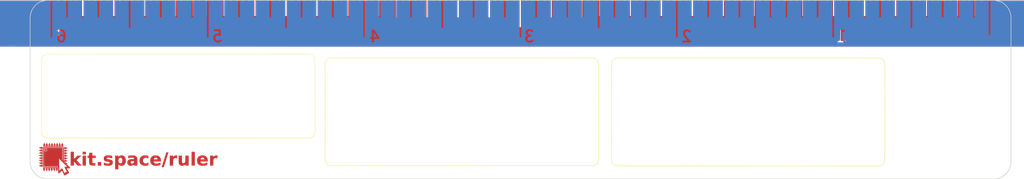
<source format=kicad_pcb>
(kicad_pcb (version 4) (host pcbnew 4.0.7)
  (layers (0 F.Cu signal) (31 B.Cu signal) (34 B.Paste user) (35 F.Paste user) (36 B.SilkS user) (37 F.SilkS user) (38 B.Mask user) (39 F.Mask user) (44 Edge.Cuts user))
  (net 0 "")
  (module LOGO (layer F.Cu) (at 0 0)
    (fp_text reference "G***" hide)
    (fp_text value "LOGO" hide)
    (fp_poly (pts (xy 44.411900 -14.452600) (xy 44.411900 -11.734800) (xy 44.691300 -11.734800) (xy 44.691300 -14.452600) (xy 46.951900 -14.452600) (xy 46.951900 -8.483600) (xy 47.231300 -8.483600) (xy 47.231300 -14.452600) (xy 49.479200 -14.452600) (xy 49.479200 -11.734800) (xy 49.758600 -11.734800) (xy 49.758600 -14.452600) (xy 52.019200 -14.452600) (xy 52.019200 -11.734800) (xy 52.298600 -11.734800) (xy 52.298600 -14.452600) (xy 54.546500 -14.452600) (xy 54.546500 -11.734800) (xy 54.838600 -11.734800) (xy 54.838600 -14.452600) (xy 57.086500 -14.452600) (xy 57.086500 -11.734800) (xy 57.365900 -11.734800) (xy 57.365900 -14.452600) (xy 59.626500 -14.452600) (xy 59.626500 -9.982200) (xy 59.905900 -9.982200) (xy 59.905900 -14.452600) (xy 62.153800 -14.452600) (xy 62.153800 -11.734800) (xy 62.445900 -11.734800) (xy 62.445900 -14.452600) (xy 64.693800 -14.452600) (xy 64.693800 -11.734800) (xy 64.973200 -11.734800) (xy 64.973200 -14.452600) (xy 67.233800 -14.452600) (xy 67.233800 -11.734800) (xy 67.513200 -11.734800) (xy 67.513200 -14.452600) (xy 69.761100 -14.452600) (xy 69.761100 -11.734800) (xy 70.040500 -11.734800) (xy 70.040500 -14.452600) (xy 72.301100 -14.452600) (xy 72.301100 -8.839200) (xy 72.580500 -8.839200) (xy 72.580500 -14.452600) (xy 78.028800 -14.452600) (xy 78.028800 -6.997700) (xy -4.982634 -6.997700) (xy -6.437896 -6.997702) (xy -7.887306 -6.997706) (xy -9.330654 -6.997712) (xy -10.767728 -6.997721) (xy -12.198319 -6.997732) (xy -13.622217 -6.997746) (xy -15.039210 -6.997763) (xy -16.449089 -6.997782) (xy -17.851644 -6.997803) (xy -19.246663 -6.997826) (xy -20.633937 -6.997852) (xy -22.013255 -6.997881) (xy -23.384408 -6.997912) (xy -24.747184 -6.997945) (xy -26.101373 -6.997980) (xy -27.446765 -6.998017) (xy -28.783150 -6.998057) (xy -30.110318 -6.998099) (xy -31.428057 -6.998144) (xy -32.736158 -6.998190) (xy -34.034410 -6.998239) (xy -35.322603 -6.998289) (xy -36.600526 -6.998342) (xy -37.867970 -6.998397) (xy -39.124724 -6.998454) (xy -40.370578 -6.998513) (xy -41.605321 -6.998574) (xy -42.828742 -6.998638) (xy -44.040633 -6.998703) (xy -45.240781 -6.998770) (xy -46.428978 -6.998839) (xy -47.605012 -6.998910) (xy -48.768673 -6.998983) (xy -49.919752 -6.999057) (xy -51.058037 -6.999134) (xy -52.183318 -6.999212) (xy -53.295385 -6.999293) (xy -54.394027 -6.999375) (xy -55.479035 -6.999459) (xy -56.550198 -6.999544) (xy -57.607305 -6.999632) (xy -58.650147 -6.999721) (xy -59.678512 -6.999811) (xy -60.692191 -6.999904) (xy -61.690973 -6.999998) (xy -62.674648 -7.000093) (xy -63.643006 -7.000191) (xy -64.595836 -7.000290) (xy -65.532928 -7.000390) (xy -66.454071 -7.000492) (xy -67.359055 -7.000595) (xy -68.247671 -7.000700) (xy -69.119707 -7.000807) (xy -69.974953 -7.000915) (xy -70.813198 -7.001024) (xy -71.634234 -7.001135) (xy -72.437848 -7.001247) (xy -73.223832 -7.001361) (xy -73.991974 -7.001475) (xy -74.742064 -7.001592) (xy -75.473892 -7.001709) (xy -76.187247 -7.001828) (xy -76.881920 -7.001948) (xy -77.557700 -7.002069) (xy -78.214375 -7.002192) (xy -78.851738 -7.002315) (xy -79.469576 -7.002440) (xy -80.067679 -7.002566) (xy -80.645837 -7.002693) (xy -81.203841 -7.002821) (xy -81.741479 -7.002951) (xy -82.258541 -7.003081) (xy -82.754816 -7.003213) (xy -83.230096 -7.003345) (xy -83.684168 -7.003479) (xy -84.116823 -7.003613) (xy -84.527851 -7.003748) (xy -84.917041 -7.003885) (xy -85.284182 -7.004022) (xy -85.629065 -7.004160) (xy -85.951479 -7.004299) (xy -86.251214 -7.004439) (xy -86.528059 -7.004580) (xy -86.781805 -7.004722) (xy -87.012240 -7.004864) (xy -87.219155 -7.005007) (xy -87.402338 -7.005151) (xy -87.561581 -7.005295) (xy -87.696672 -7.005441) (xy -87.807400 -7.005587) (xy -87.893557 -7.005733) (xy -87.954931 -7.005880) (xy -87.991312 -7.006028) (xy -88.002534 -7.006167) (xy -88.003230 -7.019404) (xy -88.003911 -7.057044) (xy -88.004574 -7.118091) (xy -88.005218 -7.201548) (xy -88.005840 -7.306418) (xy -88.006438 -7.431706) (xy -88.007009 -7.576413) (xy -88.007552 -7.739545) (xy -88.008063 -7.920103) (xy -88.008542 -8.117092) (xy -88.008985 -8.329514) (xy -88.009033 -8.356600) (xy -78.720950 -8.356600) (xy -78.719397 -8.263585) (xy -78.713874 -8.189073) (xy -78.703084 -8.126310) (xy -78.685732 -8.068540) (xy -78.660522 -8.009009) (xy -78.650166 -7.987641) (xy -78.582833 -7.878136) (xy -78.499064 -7.786296) (xy -78.400926 -7.713947) (xy -78.290491 -7.662916) (xy -78.277233 -7.658540) (xy -78.197570 -7.641200) (xy -78.106720 -7.633961) (xy -78.015634 -7.636996) (xy -77.935262 -7.650479) (xy -77.926331 -7.652962) (xy -77.807453 -7.700234) (xy -77.703017 -7.768112) (xy -77.612677 -7.856902) (xy -77.536089 -7.966912) (xy -77.502871 -8.029913) (xy -77.446435 -8.172870) (xy -77.405539 -8.332394) (xy -77.394667 -8.407400) (xy -53.434094 -8.407400) (xy -53.432013 -8.310740) (xy -53.423841 -8.230958) (xy -53.407806 -8.159903) (xy -53.382140 -8.089426) (xy -53.350401 -8.021844) (xy -53.306526 -7.951259) (xy -53.247274 -7.878516) (xy -53.180278 -7.812208) (xy -53.126283 -7.769601) (xy -53.052695 -7.727198) (xy -52.966369 -7.690275) (xy -52.879965 -7.663996) (xy -52.854218 -7.658651) (xy -52.792404 -7.652384) (xy -52.715174 -7.651538) (xy -52.631822 -7.655647) (xy -52.551640 -7.664244) (xy -52.483920 -7.676860) (xy -52.481882 -7.677371) (xy -52.433767 -7.692465) (xy -52.374585 -7.715151) (xy -52.315655 -7.741026) (xy -52.304743 -7.746272) (xy -52.253874 -7.774157) (xy -52.199622 -7.808835) (xy -52.146260 -7.846942) (xy -52.098062 -7.885112) (xy -52.059301 -7.919981) (xy -52.034251 -7.948185) (xy -52.026952 -7.964995) (xy -52.034794 -7.982300) (xy -52.055005 -8.014815) (xy -52.084396 -8.057668) (xy -52.115035 -8.099674) (xy -52.201718 -8.215400) (xy -52.279244 -8.143125) (xy -52.373648 -8.067729) (xy -52.470873 -8.013113) (xy -52.568534 -7.978783) (xy -52.664244 -7.964243) (xy -52.755617 -7.968999) (xy -52.840265 -7.992555) (xy -52.915803 -8.034416) (xy -52.979844 -8.094088) (xy -53.030001 -8.171075) (xy -53.063888 -8.264883) (xy -53.072456 -8.307657) (xy -53.079600 -8.414587) (xy -53.067146 -8.513909) (xy -53.036340 -8.602612) (xy -52.988430 -8.677684) (xy -52.924660 -8.736114) (xy -52.885737 -8.758877) (xy -52.842869 -8.777573) (xy -52.803145 -8.788151) (xy -52.756081 -8.792698) (xy -52.712380 -8.793410) (xy -52.649502 -8.790393) (xy -52.593285 -8.779850) (xy -52.536502 -8.759407) (xy -52.471921 -8.726688) (xy -52.423757 -8.698569) (xy -52.377464 -8.670630) (xy -52.284057 -8.727444) (xy -52.238847 -8.755581) (xy -52.211413 -8.775573) (xy -52.197575 -8.792049) (xy -52.193152 -8.809635) (xy -52.193584 -8.827604) (xy -52.195091 -8.850708) (xy -52.197978 -8.895723) (xy -52.202026 -8.959213) (xy -52.207016 -9.037738) (xy -52.212730 -9.127862) (xy -52.218949 -9.226145) (xy -52.222185 -9.277350) (xy -52.228750 -9.379807) (xy -52.235158 -9.477045) (xy -52.241152 -9.565375) (xy -52.246475 -9.641108) (xy -52.250872 -9.700555) (xy -52.254085 -9.740028) (xy -52.255090 -9.750425) (xy -52.262328 -9.817100) (xy -53.340000 -9.817100) (xy -53.340000 -9.486900) (xy -52.579557 -9.486900) (xy -52.572736 -9.432925) (xy -52.566901 -9.382184) (xy -52.560909 -9.322370) (xy -52.555165 -9.258619) (xy -52.550070 -9.196070) (xy -52.546028 -9.139859) (xy -52.543441 -9.095123) (xy -52.542712 -9.066999) (xy -52.543494 -9.059974) (xy -52.557536 -9.060187) (xy -52.589135 -9.065902) (xy -52.630081 -9.075542) (xy -52.725543 -9.090109) (xy -52.831812 -9.089721) (xy -52.939932 -9.075381) (xy -53.040948 -9.048092) (xy -53.100574 -9.022871) (xy -53.200528 -8.959774) (xy -53.282891 -8.879871) (xy -53.348930 -8.781648) (xy -53.398957 -8.666371) (xy -53.414137 -8.619263) (xy -53.424198 -8.577657) (xy -53.430182 -8.533867) (xy -53.433131 -8.480212) (xy -53.434088 -8.409006) (xy -53.434094 -8.407400) (xy -77.394667 -8.407400) (xy -77.380566 -8.504676) (xy -77.371894 -8.685902) (xy -77.379903 -8.872263) (xy -77.401890 -9.042400) (xy -77.439878 -9.210413) (xy -77.492728 -9.359407) (xy -77.559943 -9.488876) (xy -77.641027 -9.598316) (xy -77.735484 -9.687222) (xy -77.842819 -9.755089) (xy -77.962535 -9.801411) (xy -78.094137 -9.825685) (xy -78.174850 -9.829462) (xy -78.304078 -9.818840) (xy -78.421519 -9.786228) (xy -78.529651 -9.730651) (xy -78.630949 -9.651136) (xy -78.632742 -9.649463) (xy -78.713744 -9.573689) (xy -78.609397 -9.454629) (xy -78.505050 -9.335568) (xy -78.449088 -9.393797) (xy -78.405538 -9.432106) (xy -78.354424 -9.467333) (xy -78.324440 -9.483471) (xy -78.283133 -9.500318) (xy -78.245883 -9.509072) (xy -78.202087 -9.511422) (xy -78.158153 -9.509978) (xy -78.082998 -9.501783) (xy -78.023597 -9.486290) (xy -78.009750 -9.480360) (xy -77.935291 -9.430407) (xy -77.870137 -9.358387) (xy -77.815315 -9.266242) (xy -77.771851 -9.155917) (xy -77.740771 -9.029356) (xy -77.728650 -8.947782) (xy -77.719906 -8.872213) (xy -77.763228 -8.900649) (xy -77.877427 -8.965708) (xy -77.986622 -9.007136) (xy -78.093118 -9.025630) (xy -78.174796 -9.024673) (xy -78.302000 -9.002185) (xy -78.414176 -8.959569) (xy -78.510610 -8.897384) (xy -78.590587 -8.816190) (xy -78.653394 -8.716546) (xy -78.692163 -8.619622) (xy -78.704709 -8.575275) (xy -78.713097 -8.532253) (xy -78.718089 -8.483591) (xy -78.720447 -8.422327) (xy -78.720950 -8.356600) (xy -88.009033 -8.356600) (xy -88.009390 -8.556374) (xy -88.009755 -8.796674) (xy -88.010078 -9.049419) (xy -88.010356 -9.313610) (xy -88.010588 -9.588253) (xy -88.010770 -9.872349) (xy -88.010901 -10.164903) (xy -88.010978 -10.464918) (xy -88.011000 -10.733617) (xy -88.011000 -14.452600) (xy -79.819500 -14.452600) (xy -79.819500 -8.483600) (xy -79.540100 -8.483600) (xy -79.540100 -14.452600) (xy -77.279500 -14.452600) (xy -77.279500 -11.734800) (xy -77.000100 -11.734800) (xy -77.000100 -14.452600) (xy -74.752200 -14.452600) (xy -74.752200 -11.734800) (xy -74.460100 -11.734800) (xy -74.460100 -14.452600) (xy -72.212200 -14.452600) (xy -72.212200 -11.734800) (xy -71.932800 -11.734800) (xy -71.932800 -14.452600) (xy -69.672200 -14.452600) (xy -69.672200 -11.734800) (xy -69.392800 -11.734800) (xy -69.392800 -14.452600) (xy -67.144900 -14.452600) (xy -67.144900 -9.982200) (xy -66.865500 -9.982200) (xy -66.865500 -14.452600) (xy -64.604900 -14.452600) (xy -64.604900 -11.734800) (xy -64.325500 -11.734800) (xy -64.325500 -14.452600) (xy -62.077600 -14.452600) (xy -62.077600 -11.734800) (xy -61.785500 -11.734800) (xy -61.785500 -14.452600) (xy -59.537600 -14.452600) (xy -59.537600 -11.734800) (xy -59.258200 -11.734800) (xy -59.258200 -14.452600) (xy -56.997600 -14.452600) (xy -56.997600 -11.734800) (xy -56.718200 -11.734800) (xy -56.718200 -14.452600) (xy -54.470300 -14.452600) (xy -54.470300 -8.483600) (xy -54.178200 -8.483600) (xy -54.178200 -14.452600) (xy -51.930300 -14.452600) (xy -51.930300 -11.734800) (xy -51.650900 -11.734800) (xy -51.650900 -14.452600) (xy -49.390300 -14.452600) (xy -49.390300 -11.734800) (xy -49.110900 -11.734800) (xy -49.110900 -14.452600) (xy -46.863000 -14.452600) (xy -46.863000 -11.734800) (xy -46.583600 -11.734800) (xy -46.583600 -14.452600) (xy -44.323000 -14.452600) (xy -44.323000 -11.734800) (xy -44.043600 -11.734800) (xy -44.043600 -14.452600) (xy -41.783000 -14.452600) (xy -41.783000 -9.982200) (xy -41.503600 -9.982200) (xy -41.503600 -14.452600) (xy -39.255700 -14.452600) (xy -39.255700 -11.734800) (xy -38.976300 -11.734800) (xy -38.976300 -14.452600) (xy -36.715700 -14.452600) (xy -36.715700 -11.734800) (xy -36.436300 -11.734800) (xy -36.436300 -14.452600) (xy -34.188400 -14.452600) (xy -34.188400 -11.734800) (xy -33.896300 -11.734800) (xy -33.896300 -14.452600) (xy -31.648400 -14.452600) (xy -31.648400 -11.734800) (xy -31.369000 -11.734800) (xy -31.369000 -14.452600) (xy -29.108400 -14.452600) (xy -29.108400 -8.483600) (xy -28.829000 -8.483600) (xy -28.829000 -8.534400) (xy -27.990800 -8.534400) (xy -27.990800 -8.229600) (xy -27.724100 -8.229600) (xy -27.724100 -7.670800) (xy -27.381696 -7.670800) (xy -27.374850 -8.223250) (xy -26.492200 -8.229930) (xy -26.492200 -8.262681) (xy -2.857500 -8.262681) (xy -2.845936 -8.135340) (xy -2.811942 -8.019008) (xy -2.756565 -7.914999) (xy -2.680853 -7.824629) (xy -2.585853 -7.749213) (xy -2.472612 -7.690066) (xy -2.374900 -7.656778) (xy -2.299347 -7.642443) (xy -2.208423 -7.634910) (xy -2.111255 -7.634259) (xy -2.016967 -7.640571) (xy -1.986523 -7.645400) (xy 22.630641 -7.645400) (xy 24.015700 -7.645400) (xy 24.015700 -7.868256) (xy 23.884640 -7.988300) (xy 47.828200 -7.988300) (xy 47.828200 -7.670800) (xy 49.034700 -7.670800) (xy 49.034700 -7.988300) (xy 48.590200 -7.988300) (xy 48.590200 -9.385300) (xy 48.946688 -9.385300) (xy 48.943069 -9.514240) (xy 48.939450 -9.643179) (xy 48.798341 -9.677848) (xy 48.730948 -9.696214) (xy 48.662772 -9.717834) (xy 48.603486 -9.739504) (xy 48.574275 -9.752109) (xy 48.533340 -9.770584) (xy 48.498917 -9.782228) (xy 48.462724 -9.788593) (xy 48.416481 -9.791231) (xy 48.362959 -9.791700) (xy 48.234600 -9.791700) (xy 48.234600 -7.988300) (xy 47.828200 -7.988300) (xy 23.884640 -7.988300) (xy 23.831463 -8.037007) (xy 23.655637 -8.204878) (xy 23.503706 -8.364544) (xy 23.375575 -8.516149) (xy 23.271151 -8.659832) (xy 23.190338 -8.795738) (xy 23.133042 -8.924007) (xy 23.099170 -9.044781) (xy 23.088600 -9.153054) (xy 23.098079 -9.255194) (xy 23.125880 -9.340743) (xy 23.171051 -9.408743) (xy 23.232639 -9.458239) (xy 23.309690 -9.488276) (xy 23.401251 -9.497897) (xy 23.431288 -9.496668) (xy 23.510113 -9.483384) (xy 23.583875 -9.453752) (xy 23.657175 -9.405315) (xy 23.734610 -9.335612) (xy 23.737075 -9.333137) (xy 23.820401 -9.249223) (xy 23.933925 -9.354431) (xy 24.047450 -9.459639) (xy 23.964900 -9.543936) (xy 23.849818 -9.646848) (xy 23.730208 -9.724965) (xy 23.605469 -9.778588) (xy 23.475003 -9.808016) (xy 23.427678 -9.812669) (xy 23.297955 -9.810593) (xy 23.175833 -9.787414) (xy 23.064320 -9.744203) (xy 22.966423 -9.682032) (xy 22.906795 -9.626932) (xy 22.831258 -9.527313) (xy 22.777729 -9.416262) (xy 22.746266 -9.295131) (xy 22.736928 -9.165269) (xy 22.749773 -9.028026) (xy 22.784859 -8.884752) (xy 22.842244 -8.736797) (xy 22.866273 -8.686800) (xy 22.942680 -8.552881) (xy 23.041214 -8.410120) (xy 23.160786 -8.259975) (xy 23.300302 -8.103902) (xy 23.313528 -8.089900) (xy 23.427987 -7.969250) (xy 22.637750 -7.969250) (xy 22.634195 -7.807325) (xy 22.630641 -7.645400) (xy -1.986523 -7.645400) (xy -1.939258 -7.652897) (xy -1.831932 -7.685672) (xy -1.721503 -7.735463) (xy -1.617775 -7.797408) (xy -1.559458 -7.841168) (xy -1.510150 -7.882472) (xy -1.478218 -7.913682) (xy -1.463206 -7.940328) (xy -1.464661 -7.967941) (xy -1.482129 -8.002052) (xy -1.515157 -8.048190) (xy -1.539806 -8.080717) (xy -1.631228 -8.201294) (xy -1.713308 -8.126083) (xy -1.768841 -8.080744) (xy -1.832973 -8.036645) (xy -1.889752 -8.004234) (xy -1.939569 -7.980979) (xy -1.980690 -7.966442) (xy -2.023247 -7.958152) (xy -2.077373 -7.953635) (xy -2.101993 -7.952441) (xy -2.212268 -7.956277) (xy -2.305198 -7.977876) (xy -2.380256 -8.016798) (xy -2.436912 -8.072599) (xy -2.474635 -8.144838) (xy -2.492896 -8.233071) (xy -2.494600 -8.280400) (xy -2.485249 -8.363099) (xy -2.458513 -8.432810) (xy -2.413281 -8.490331) (xy -2.348439 -8.536459) (xy -2.262875 -8.571992) (xy -2.155475 -8.597727) (xy -2.028825 -8.614133) (xy -1.866900 -8.628676) (xy -1.866900 -8.910280) (xy -2.009775 -8.924760) (xy -2.120199 -8.939734) (xy -2.208737 -8.960857) (xy -2.278477 -8.989642) (xy -2.332507 -9.027603) (xy -2.373915 -9.076256) (xy -2.395255 -9.113780) (xy -2.420271 -9.189450) (xy -2.426071 -9.269541) (xy -2.412940 -9.346554) (xy -2.384096 -9.408678) (xy -2.339807 -9.460469) (xy -2.285126 -9.494763) (xy -2.215925 -9.513412) (xy -2.139347 -9.518351) (xy -2.082652 -9.516971) (xy -2.040010 -9.511188) (xy -2.000144 -9.498472) (xy -1.951775 -9.476292) (xy -1.951733 -9.476272) (xy -1.897084 -9.444767) (xy -1.838540 -9.403936) (xy -1.792686 -9.366051) (xy -1.719052 -9.297878) (xy -1.637401 -9.394997) (xy -1.590272 -9.450709) (xy -1.557688 -9.490491) (xy -1.538714 -9.518551) (xy -1.532412 -9.539093) (xy -1.537846 -9.556327) (xy -1.554081 -9.574458) (xy -1.580180 -9.597693) (xy -1.590279 -9.606727) (xy -1.701289 -9.694802) (xy -1.815082 -9.759162) (xy -1.935615 -9.801464) (xy -2.066843 -9.823367) (xy -2.114550 -9.826459) (xy -2.255774 -9.822822) (xy -2.382804 -9.800002) (xy -2.494629 -9.758704) (xy -2.590235 -9.699631) (xy -2.668610 -9.623491) (xy -2.728741 -9.530986) (xy -2.769614 -9.422822) (xy -2.782785 -9.361451) (xy -2.789858 -9.244458) (xy -2.773071 -9.131074) (xy -2.733724 -9.024612) (xy -2.673119 -8.928387) (xy -2.592557 -8.845711) (xy -2.574711 -8.831509) (xy -2.513409 -8.784760) (xy -2.564343 -8.755829) (xy -2.666221 -8.684890) (xy -2.747126 -8.600213) (xy -2.806396 -8.502912) (xy -2.843370 -8.394097) (xy -2.857387 -8.274881) (xy -2.857500 -8.262681) (xy -26.492200 -8.262681) (xy -26.492200 -8.449354) (xy -27.358766 -9.791700) (xy -27.724100 -9.791700) (xy -27.724100 -8.534400) (xy -27.990800 -8.534400) (xy -28.829000 -8.534400) (xy -28.829000 -14.452600) (xy -26.581100 -14.452600) (xy -26.581100 -11.734800) (xy -26.289000 -11.734800) (xy -26.289000 -14.452600) (xy -24.041100 -14.452600) (xy -24.041100 -11.734800) (xy -23.761700 -11.734800) (xy -23.761700 -14.452600) (xy -21.501100 -14.452600) (xy -21.501100 -11.734800) (xy -21.221700 -11.734800) (xy -21.221700 -14.452600) (xy -18.973800 -14.452600) (xy -18.973800 -11.734800) (xy -18.694400 -11.734800) (xy -18.694400 -14.452600) (xy -16.433800 -14.452600) (xy -16.433800 -9.982200) (xy -16.154400 -9.982200) (xy -16.154400 -14.452600) (xy -13.906500 -14.452600) (xy -13.906500 -11.734800) (xy -13.614400 -11.734800) (xy -13.614400 -14.452600) (xy -11.366500 -14.452600) (xy -11.366500 -11.734800) (xy -11.087100 -11.734800) (xy -11.087100 -14.452600) (xy -8.826500 -14.452600) (xy -8.826500 -11.734800) (xy -8.547100 -11.734800) (xy -8.547100 -14.452600) (xy -6.299200 -14.452600) (xy -6.299200 -11.734800) (xy -6.007100 -11.734800) (xy -6.007100 -14.452600) (xy -3.759200 -14.452600) (xy -3.759200 -8.483600) (xy -3.479800 -8.483600) (xy -3.479800 -14.452600) (xy -1.219200 -14.452600) (xy -1.219200 -11.734800) (xy -0.939800 -11.734800) (xy -0.939800 -14.452600) (xy 1.308100 -14.452600) (xy 1.308100 -11.734800) (xy 1.587500 -11.734800) (xy 1.587500 -14.452600) (xy 3.848100 -14.452600) (xy 3.848100 -11.734800) (xy 4.127500 -11.734800) (xy 4.127500 -14.452600) (xy 6.375400 -14.452600) (xy 6.375400 -11.734800) (xy 6.667500 -11.734800) (xy 6.667500 -14.452600) (xy 8.915400 -14.452600) (xy 8.915400 -9.982200) (xy 9.194800 -9.982200) (xy 9.194800 -14.452600) (xy 11.455400 -14.452600) (xy 11.455400 -11.734800) (xy 11.734800 -11.734800) (xy 11.734800 -14.452600) (xy 13.982700 -14.452600) (xy 13.982700 -11.734800) (xy 14.274800 -11.734800) (xy 14.274800 -14.452600) (xy 16.522700 -14.452600) (xy 16.522700 -11.734800) (xy 16.802100 -11.734800) (xy 16.802100 -14.452600) (xy 19.062700 -14.452600) (xy 19.062700 -11.734800) (xy 19.342100 -11.734800) (xy 19.342100 -14.452600) (xy 21.590000 -14.452600) (xy 21.590000 -8.483600) (xy 21.869400 -8.483600) (xy 21.869400 -14.452600) (xy 24.130000 -14.452600) (xy 24.130000 -11.734800) (xy 24.409400 -11.734800) (xy 24.409400 -14.452600) (xy 26.670000 -14.452600) (xy 26.670000 -11.734800) (xy 26.949400 -11.734800) (xy 26.949400 -14.452600) (xy 29.197300 -14.452600) (xy 29.197300 -11.734800) (xy 29.476700 -11.734800) (xy 29.476700 -14.452600) (xy 31.737300 -14.452600) (xy 31.737300 -11.734800) (xy 32.016700 -11.734800) (xy 32.016700 -14.452600) (xy 34.264529 -14.452600) (xy 34.267739 -12.220575) (xy 34.270950 -9.988550) (xy 34.550350 -9.988550) (xy 34.556770 -14.452600) (xy 36.804600 -14.452600) (xy 36.804600 -11.734800) (xy 37.084000 -11.734800) (xy 37.084000 -14.452600) (xy 39.344600 -14.452600) (xy 39.344600 -11.734800) (xy 39.624000 -11.734800) (xy 39.624000 -14.452600) (xy 41.871900 -14.452600) (xy 41.871900 -11.734800) (xy 42.164227 -11.734800) (xy 42.160938 -13.093701) (xy 42.157650 -14.452602) (xy 44.411900 -14.452600)) (layer B.Cu) (width 0.010000))
    (fp_poly (pts (xy -78.005687 -8.720228) (xy -77.925170 -8.689875) (xy -77.853675 -8.646451) (xy -77.789749 -8.592775) (xy -77.781276 -8.584021) (xy -77.720569 -8.519120) (xy -77.728172 -8.441035) (xy -77.745526 -8.330049) (xy -77.774298 -8.226569) (xy -77.812707 -8.134310) (xy -77.858973 -8.056988) (xy -77.911318 -7.998320) (xy -77.954660 -7.968186) (xy -77.997092 -7.951789) (xy -78.048463 -7.939382) (xy -78.097026 -7.933317) (xy -78.124050 -7.934261) (xy -78.173463 -7.944594) (xy -78.209430 -7.959437) (xy -78.243872 -7.984577) (xy -78.263063 -8.001722) (xy -78.300803 -8.043864) (xy -78.334993 -8.094081) (xy -78.347905 -8.118767) (xy -78.360795 -8.150356) (xy -78.369400 -8.181291) (xy -78.374559 -8.217869) (xy -78.377113 -8.266387) (xy -78.377902 -8.333145) (xy -78.377919 -8.343900) (xy -78.377351 -8.414506) (xy -78.375025 -8.465701) (xy -78.370208 -8.503453) (xy -78.362168 -8.533731) (xy -78.351442 -8.559800) (xy -78.304591 -8.633959) (xy -78.244001 -8.687871) (xy -78.172261 -8.720746) (xy -78.091960 -8.731796) (xy -78.005687 -8.720228)) (layer B.Cu) (width 0.010000))
    (fp_poly (pts (xy -27.351698 -9.201150) (xy -27.337153 -9.177544) (xy -27.310554 -9.136069) (xy -27.274009 -9.079944) (xy -27.229623 -9.012385) (xy -27.179505 -8.936611) (xy -27.125761 -8.855839) (xy -27.116772 -8.842375) (xy -26.911041 -8.534400) (xy -27.381200 -8.534400) (xy -27.381048 -8.893175) (xy -27.380895 -9.251950) (xy -27.351698 -9.201150)) (layer B.Cu) (width 0.010000))
  )
  (module LOGO (layer F.Cu) (at 0 0)
    (fp_text reference "G***" hide)
    (fp_text value "LOGO" hide)
  )
  (module LOGO (layer F.Cu) (at 0 0)
    (fp_text reference "G***" hide)
    (fp_text value "LOGO" hide)
    (fp_poly (pts (xy -77.668276 9.334206) (xy -77.667020 9.370251) (xy -77.665834 9.428174) (xy -77.664732 9.506212) (xy -77.663728 9.602606) (xy -77.662835 9.715594) (xy -77.662066 9.843414) (xy -77.661435 9.984305) (xy -77.660955 10.136506) (xy -77.660641 10.298255) (xy -77.660505 10.467792) (xy -77.660500 10.505393) (xy -77.660500 11.688987) (xy -77.569882 11.775393) (xy -77.479264 11.861800) (xy -77.399339 11.861800) (xy -77.343398 11.864616) (xy -77.307946 11.876065) (xy -77.288503 11.900644) (xy -77.280587 11.942851) (xy -77.279500 11.982084) (xy -77.279500 12.062454) (xy -77.193775 12.142962) (xy -77.159937 12.175183) (xy -77.111860 12.221573) (xy -77.053350 12.278427) (xy -76.988216 12.342042) (xy -76.920262 12.408710) (xy -76.882537 12.445860) (xy -76.657024 12.668250) (xy -76.694777 12.747844) (xy -76.732530 12.827439) (xy -76.780590 12.820965) (xy -76.819193 12.816613) (xy -76.871797 12.811837) (xy -76.933400 12.806959) (xy -76.999000 12.802299) (xy -77.063596 12.798180) (xy -77.122186 12.794923) (xy -77.169768 12.792849) (xy -77.201341 12.792281) (xy -77.211875 12.793240) (xy -77.207312 12.805302) (xy -77.191641 12.836717) (xy -77.166323 12.884767) (xy -77.132819 12.946734) (xy -77.092590 13.019900) (xy -77.047097 13.101546) (xy -77.025465 13.140033) (xy -76.833279 13.481050) (xy -76.850079 13.544550) (xy -76.854142 13.561248) (xy -76.857932 13.575106) (xy -76.863599 13.587518) (xy -76.873296 13.599882) (xy -76.889174 13.613592) (xy -76.913383 13.630046) (xy -76.948076 13.650639) (xy -76.995403 13.676768) (xy -77.057516 13.709828) (xy -77.136567 13.751216) (xy -77.234707 13.802328) (xy -77.298550 13.835586) (xy -77.501750 13.941513) (xy -77.563884 13.920192) (xy -77.626017 13.898872) (xy -77.750995 13.615252) (xy -77.786729 13.533848) (xy -77.819784 13.457964) (xy -77.848520 13.391409) (xy -77.871297 13.337993) (xy -77.886476 13.301527) (xy -77.891471 13.288775) (xy -77.904279 13.260448) (xy -77.920151 13.250725) (xy -77.945660 13.253067) (xy -77.985991 13.252345) (xy -78.008026 13.242743) (xy -78.018824 13.237224) (xy -78.031291 13.238557) (xy -78.048629 13.249153) (xy -78.074040 13.271424) (xy -78.110727 13.307779) (xy -78.154711 13.353160) (xy -78.206588 13.407248) (xy -78.258748 13.461896) (xy -78.305363 13.510981) (xy -78.340606 13.548383) (xy -78.342659 13.550580) (xy -78.407597 13.620111) (xy -78.481456 13.593741) (xy -78.515818 13.580620) (xy -78.540187 13.566872) (xy -78.556328 13.548130) (xy -78.566005 13.520025) (xy -78.570982 13.478190) (xy -78.573026 13.418258) (xy -78.573635 13.365622) (xy -78.574456 13.307822) (xy -78.575983 13.231413) (xy -78.578055 13.143172) (xy -78.580514 13.049875) (xy -78.583200 12.958300) (xy -78.583270 12.956047) (xy -78.591640 12.687300) (xy -79.808820 12.687300) (xy -79.982270 12.687198) (xy -80.148339 12.686901) (xy -80.305289 12.686424) (xy -80.451385 12.685782) (xy -80.584889 12.684988) (xy -80.704065 12.684056) (xy -80.807176 12.683002) (xy -80.892485 12.681838) (xy -80.958255 12.680580) (xy -81.002750 12.679242) (xy -81.024232 12.677837) (xy -81.026000 12.677297) (xy -81.017586 12.663947) (xy -80.995547 12.638641) (xy -80.965239 12.607447) (xy -80.904478 12.547600) (xy -78.587600 12.547600) (xy -78.587600 12.471400) (xy -80.886300 12.471400) (xy -80.886300 11.308713) (xy -78.446288 11.308713) (xy -78.446047 11.352587) (xy -78.445188 11.416653) (xy -78.443776 11.498310) (xy -78.441877 11.594960) (xy -78.439555 11.704003) (xy -78.436876 11.822842) (xy -78.433904 11.948875) (xy -78.430705 12.079505) (xy -78.427343 12.212133) (xy -78.423883 12.344158) (xy -78.420392 12.472983) (xy -78.416933 12.596008) (xy -78.413572 12.710634) (xy -78.410373 12.814263) (xy -78.407402 12.904294) (xy -78.404724 12.978128) (xy -78.402404 13.033168) (xy -78.401927 13.042900) (xy -78.393864 13.201650) (xy -78.214238 13.014165) (xy -78.034611 12.826681) (xy -77.973969 12.838010) (xy -77.937881 12.845491) (xy -77.914019 12.851829) (xy -77.909154 12.854044) (xy -77.903179 12.866407) (xy -77.888267 12.899142) (xy -77.865706 12.949370) (xy -77.836783 13.014212) (xy -77.802783 13.090789) (xy -77.764994 13.176221) (xy -77.749756 13.210753) (xy -77.594532 13.562756) (xy -77.459241 13.491614) (xy -77.397936 13.459270) (xy -77.337063 13.426971) (xy -77.284531 13.398923) (xy -77.254100 13.382520) (xy -77.217035 13.362164) (xy -77.190096 13.346960) (xy -77.179914 13.340739) (xy -77.184769 13.329141) (xy -77.200626 13.298261) (xy -77.225960 13.250912) (xy -77.259245 13.189909) (xy -77.298957 13.118065) (xy -77.343570 13.038194) (xy -77.352876 13.021630) (xy -77.399377 12.938861) (xy -77.442392 12.862150) (xy -77.480173 12.794625) (xy -77.510972 12.739415) (xy -77.533042 12.699647) (xy -77.544635 12.678449) (xy -77.545314 12.677159) (xy -77.552422 12.656543) (xy -77.548798 12.634727) (xy -77.532465 12.603419) (xy -77.524752 12.590872) (xy -77.502958 12.557845) (xy -77.485535 12.541683) (xy -77.463634 12.537561) (xy -77.431900 12.540259) (xy -77.394348 12.543742) (xy -77.340119 12.547807) (xy -77.277910 12.551829) (xy -77.241400 12.553908) (xy -77.108050 12.561075) (xy -78.441550 11.240507) (xy -78.445847 11.287628) (xy -78.446288 11.308713) (xy -80.886300 11.308713) (xy -80.886300 9.847760) (xy -80.844258 9.847760) (xy -80.825029 9.912101) (xy -80.789380 9.968208) (xy -80.740301 10.013059) (xy -80.680779 10.043632) (xy -80.613804 10.056904) (xy -80.542365 10.049854) (xy -80.497476 10.034103) (xy -80.438028 9.993961) (xy -80.393239 9.937289) (xy -80.365874 9.870003) (xy -80.358697 9.798015) (xy -80.365871 9.752597) (xy -80.392825 9.694331) (xy -80.437593 9.640225) (xy -80.492795 9.597660) (xy -80.542398 9.576070) (xy -80.615836 9.568671) (xy -80.687081 9.584058) (xy -80.750919 9.619795) (xy -80.802139 9.673448) (xy -80.821500 9.706464) (xy -80.844078 9.778207) (xy -80.844258 9.847760) (xy -80.886300 9.847760) (xy -80.886300 9.474200) (xy -77.876400 9.474200) (xy -77.876400 11.476047) (xy -77.838300 11.512550) (xy -77.800200 11.549052) (xy -77.800200 9.441495) (xy -77.739439 9.381647) (xy -77.707447 9.351374) (xy -77.682303 9.329851) (xy -77.669589 9.321800) (xy -77.668276 9.334206)) (layer F.Cu) (width 0.010000))
    (fp_poly (pts (xy -80.797400 13.155231) (xy -80.801897 13.203563) (xy -80.816438 13.233550) (xy -80.820626 13.237781) (xy -80.856917 13.256524) (xy -80.894731 13.253529) (xy -80.917143 13.238842) (xy -80.931600 13.208997) (xy -80.937082 13.159762) (xy -80.937100 13.156292) (xy -80.937100 13.093700) (xy -80.797400 13.093700) (xy -80.797400 13.155231)) (layer F.Cu) (width 0.010000))
    (fp_poly (pts (xy -80.391000 13.163103) (xy -80.392916 13.206276) (xy -80.400055 13.231260) (xy -80.414505 13.245071) (xy -80.415566 13.245653) (xy -80.454289 13.257719) (xy -80.491229 13.247624) (xy -80.495775 13.245082) (xy -80.509729 13.229685) (xy -80.516550 13.200408) (xy -80.518000 13.162918) (xy -80.518000 13.093700) (xy -80.391000 13.093700) (xy -80.391000 13.163103)) (layer F.Cu) (width 0.010000))
    (fp_poly (pts (xy -79.971900 13.162439) (xy -79.973772 13.205790) (xy -79.980764 13.230916) (xy -79.994938 13.244806) (xy -79.996466 13.245653) (xy -80.040160 13.258105) (xy -80.077902 13.246607) (xy -80.091376 13.234698) (xy -80.107044 13.203326) (xy -80.109246 13.155696) (xy -80.109219 13.155323) (xy -80.105250 13.100050) (xy -79.971900 13.092372) (xy -79.971900 13.162439)) (layer F.Cu) (width 0.010000))
    (fp_poly (pts (xy -79.552800 13.155231) (xy -79.557297 13.203563) (xy -79.571838 13.233550) (xy -79.576026 13.237781) (xy -79.612317 13.256524) (xy -79.650131 13.253529) (xy -79.672543 13.238842) (xy -79.687000 13.208997) (xy -79.692482 13.159762) (xy -79.692500 13.156292) (xy -79.692500 13.093700) (xy -79.552800 13.093700) (xy -79.552800 13.155231)) (layer F.Cu) (width 0.010000))
    (fp_poly (pts (xy -79.146400 13.163103) (xy -79.148316 13.206276) (xy -79.155455 13.231260) (xy -79.169905 13.245071) (xy -79.170966 13.245653) (xy -79.209689 13.257719) (xy -79.246629 13.247624) (xy -79.251175 13.245082) (xy -79.265129 13.229685) (xy -79.271950 13.200408) (xy -79.273400 13.162918) (xy -79.273400 13.093700) (xy -79.146400 13.093700) (xy -79.146400 13.163103)) (layer F.Cu) (width 0.010000))
    (fp_poly (pts (xy -78.727300 13.162439) (xy -78.729172 13.205790) (xy -78.736164 13.230916) (xy -78.750338 13.244806) (xy -78.751866 13.245653) (xy -78.794745 13.258161) (xy -78.830477 13.247262) (xy -78.848482 13.228020) (xy -78.862675 13.188836) (xy -78.864650 13.148645) (xy -78.860650 13.100050) (xy -78.727300 13.092372) (xy -78.727300 13.162439)) (layer F.Cu) (width 0.010000))
    (fp_poly (pts (xy -80.721200 12.895294) (xy -80.721834 12.960728) (xy -80.724129 13.005377) (xy -80.728677 13.033833) (xy -80.736067 13.050688) (xy -80.742012 13.057062) (xy -80.768428 13.067969) (xy -80.811529 13.075189) (xy -80.862828 13.078424) (xy -80.913837 13.077374) (xy -80.956067 13.071741) (xy -80.975200 13.065268) (xy -80.988762 13.057001) (xy -80.997927 13.045967) (xy -81.003716 13.027384) (xy -81.007150 12.996470) (xy -81.009249 12.948443) (xy -81.010529 12.899674) (xy -81.014107 12.750800) (xy -80.721200 12.750800) (xy -80.721200 12.895294)) (layer F.Cu) (width 0.010000))
    (fp_poly (pts (xy -80.302100 12.889175) (xy -80.302372 12.950418) (xy -80.303900 12.991567) (xy -80.307759 13.017928) (xy -80.315020 13.034807) (xy -80.326757 13.047508) (xy -80.335563 13.054678) (xy -80.360978 13.069846) (xy -80.393607 13.078007) (xy -80.441445 13.080897) (xy -80.456790 13.081000) (xy -80.505724 13.079815) (xy -80.537303 13.074851) (xy -80.559518 13.063992) (xy -80.576174 13.049381) (xy -80.590421 13.033663) (xy -80.599394 13.017099) (xy -80.604089 12.993921) (xy -80.605504 12.958361) (xy -80.604635 12.904653) (xy -80.604171 12.887456) (xy -80.600550 12.757150) (xy -80.451325 12.753571) (xy -80.302100 12.749993) (xy -80.302100 12.889175)) (layer F.Cu) (width 0.010000))
    (fp_poly (pts (xy -79.895700 12.895294) (xy -79.896334 12.960728) (xy -79.898629 13.005377) (xy -79.903177 13.033833) (xy -79.910567 13.050688) (xy -79.916512 13.057062) (xy -79.938918 13.065635) (xy -79.978374 13.072524) (xy -80.026553 13.077132) (xy -80.075127 13.078866) (xy -80.115770 13.077128) (xy -80.137000 13.072830) (xy -80.158418 13.060628) (xy -80.173003 13.040846) (xy -80.181958 13.009104) (xy -80.186488 12.961022) (xy -80.187798 12.892219) (xy -80.187800 12.888072) (xy -80.187800 12.750800) (xy -79.895700 12.750800) (xy -79.895700 12.895294)) (layer F.Cu) (width 0.010000))
    (fp_poly (pts (xy -79.476600 12.895294) (xy -79.477234 12.960728) (xy -79.479529 13.005377) (xy -79.484077 13.033833) (xy -79.491467 13.050688) (xy -79.497412 13.057062) (xy -79.523828 13.067969) (xy -79.566929 13.075189) (xy -79.618228 13.078424) (xy -79.669237 13.077374) (xy -79.711467 13.071741) (xy -79.730600 13.065268) (xy -79.744162 13.057001) (xy -79.753327 13.045967) (xy -79.759116 13.027384) (xy -79.762550 12.996470) (xy -79.764649 12.948443) (xy -79.765929 12.899674) (xy -79.769507 12.750800) (xy -79.476600 12.750800) (xy -79.476600 12.895294)) (layer F.Cu) (width 0.010000))
    (fp_poly (pts (xy -79.057695 12.886921) (xy -79.058599 12.944276) (xy -79.060893 12.992601) (xy -79.064204 13.025993) (xy -79.067220 13.037823) (xy -79.097698 13.062603) (xy -79.149585 13.076881) (xy -79.215993 13.081000) (xy -79.264035 13.079661) (xy -79.295062 13.074129) (xy -79.317386 13.062131) (xy -79.331574 13.049381) (xy -79.345821 13.033663) (xy -79.354794 13.017099) (xy -79.359489 12.993921) (xy -79.360904 12.958361) (xy -79.360035 12.904653) (xy -79.359571 12.887456) (xy -79.355950 12.757150) (xy -79.206725 12.753571) (xy -79.057500 12.749993) (xy -79.057695 12.886921)) (layer F.Cu) (width 0.010000))
    (fp_poly (pts (xy -78.651100 12.895294) (xy -78.651734 12.960728) (xy -78.654029 13.005377) (xy -78.658577 13.033833) (xy -78.665967 13.050688) (xy -78.671912 13.057062) (xy -78.697366 13.067409) (xy -78.739468 13.074530) (xy -78.789626 13.078066) (xy -78.839251 13.077660) (xy -78.879751 13.072954) (xy -78.898750 13.066519) (xy -78.917424 13.053746) (xy -78.929932 13.038446) (xy -78.937511 13.015617) (xy -78.941395 12.980258) (xy -78.942820 12.927366) (xy -78.943006 12.887325) (xy -78.943200 12.750800) (xy -78.651100 12.750800) (xy -78.651100 12.895294)) (layer F.Cu) (width 0.010000))
    (fp_poly (pts (xy -68.192179 10.712410) (xy -68.145418 10.718180) (xy -68.106079 10.728094) (xy -68.065174 10.744199) (xy -68.032291 10.759531) (xy -67.947788 10.806076) (xy -67.878642 10.859028) (xy -67.817406 10.924947) (xy -67.768969 10.991643) (xy -67.716254 11.078956) (xy -67.677795 11.164665) (xy -67.649748 11.258590) (xy -67.633817 11.336980) (xy -67.616640 11.489482) (xy -67.618162 11.637418) (xy -67.637382 11.778507) (xy -67.673300 11.910465) (xy -67.724915 12.031013) (xy -67.791226 12.137869) (xy -67.871233 12.228750) (xy -67.963935 12.301376) (xy -68.068331 12.353466) (xy -68.081740 12.358277) (xy -68.202752 12.387424) (xy -68.325596 12.393616) (xy -68.446420 12.377668) (xy -68.561375 12.340396) (xy -68.666607 12.282613) (xy -68.745763 12.217756) (xy -68.821300 12.143843) (xy -68.821300 12.966700) (xy -69.342000 12.966700) (xy -69.342000 11.584732) (xy -68.818879 11.584732) (xy -68.808469 11.685299) (xy -68.785921 11.778378) (xy -68.751427 11.858784) (xy -68.709495 11.916908) (xy -68.643608 11.968764) (xy -68.566872 11.999776) (xy -68.483904 12.009249) (xy -68.399321 11.996488) (xy -68.339056 11.972657) (xy -68.285254 11.933379) (xy -68.236347 11.875950) (xy -68.197857 11.807611) (xy -68.183298 11.768548) (xy -68.174084 11.720936) (xy -68.168452 11.655487) (xy -68.166283 11.579268) (xy -68.167461 11.499343) (xy -68.171867 11.422779) (xy -68.179382 11.356641) (xy -68.189889 11.307995) (xy -68.191054 11.304495) (xy -68.223327 11.238751) (xy -68.269754 11.179037) (xy -68.324474 11.131406) (xy -68.381622 11.101912) (xy -68.389500 11.099571) (xy -68.473046 11.088103) (xy -68.555614 11.096538) (xy -68.631757 11.123116) (xy -68.696027 11.166080) (xy -68.735348 11.211236) (xy -68.775386 11.289927) (xy -68.802527 11.381863) (xy -68.816961 11.481858) (xy -68.818879 11.584732) (xy -69.342000 11.584732) (xy -69.342000 10.744200) (xy -68.821300 10.744200) (xy -68.821300 10.950312) (xy -68.741488 10.875831) (xy -68.655432 10.805531) (xy -68.567493 10.755468) (xy -68.472633 10.723912) (xy -68.365816 10.709130) (xy -68.255352 10.708736) (xy -68.192179 10.712410)) (layer F.Cu) (width 0.010000))
    (fp_poly (pts (xy -81.019650 9.385300) (xy -80.949800 9.454282) (xy -80.949800 12.491317) (xy -81.019650 12.560300) (xy -81.089500 12.629282) (xy -81.089500 9.316317) (xy -81.019650 9.385300)) (layer F.Cu) (width 0.010000))
    (fp_poly (pts (xy -60.777570 10.429875) (xy -60.792299 10.477008) (xy -60.813876 10.546005) (xy -60.841557 10.634490) (xy -60.874598 10.740089) (xy -60.912256 10.860426) (xy -60.953787 10.993125) (xy -60.998450 11.135812) (xy -61.045499 11.286111) (xy -61.094191 11.441646) (xy -61.143784 11.600043) (xy -61.154165 11.633200) (xy -61.462346 12.617450) (xy -61.796128 12.624522) (xy -61.755195 12.493986) (xy -61.745262 12.462252) (xy -61.728392 12.408284) (xy -61.705214 12.334094) (xy -61.676354 12.241694) (xy -61.642443 12.133096) (xy -61.604108 12.010314) (xy -61.561977 11.875360) (xy -61.516678 11.730245) (xy -61.468841 11.576983) (xy -61.419094 11.417586) (xy -61.378406 11.287206) (xy -61.042550 10.210962) (xy -60.709154 10.210800) (xy -60.777570 10.429875)) (layer F.Cu) (width 0.010000))
    (fp_poly (pts (xy -81.165700 12.534900) (xy -81.304680 12.534900) (xy -81.366231 12.534535) (xy -81.407489 12.532837) (xy -81.433556 12.528898) (xy -81.449537 12.521811) (xy -81.460533 12.510668) (xy -81.463430 12.506674) (xy -81.475713 12.476141) (xy -81.482035 12.426373) (xy -81.483200 12.380581) (xy -81.482242 12.326238) (xy -81.476765 12.288465) (xy -81.462864 12.264250) (xy -81.436633 12.250583) (xy -81.394168 12.244453) (xy -81.331564 12.242849) (xy -81.304493 12.242800) (xy -81.165700 12.242800) (xy -81.165700 12.534900)) (layer F.Cu) (width 0.010000))
    (fp_poly (pts (xy -81.508600 12.458700) (xy -81.564843 12.458700) (xy -81.609742 12.453648) (xy -81.639633 12.440064) (xy -81.641043 12.438742) (xy -81.656785 12.408999) (xy -81.660092 12.371817) (xy -81.650387 12.339971) (xy -81.645760 12.334240) (xy -81.624684 12.325181) (xy -81.588792 12.319722) (xy -81.569560 12.319000) (xy -81.508600 12.319000) (xy -81.508600 12.458700)) (layer F.Cu) (width 0.010000))
    (fp_poly (pts (xy -70.339013 10.710225) (xy -70.167020 10.723690) (xy -69.996993 10.751386) (xy -69.926200 10.766914) (xy -69.830950 10.789237) (xy -69.827453 10.988968) (xy -69.826695 11.056944) (xy -69.826871 11.114991) (xy -69.827903 11.158825) (xy -69.829710 11.184160) (xy -69.831156 11.188700) (xy -69.845413 11.184769) (xy -69.878311 11.174143) (xy -69.924538 11.158572) (xy -69.964942 11.144638) (xy -70.135180 11.094495) (xy -70.297582 11.065792) (xy -70.440550 11.057623) (xy -70.539265 11.062737) (xy -70.615313 11.078326) (xy -70.669303 11.104695) (xy -70.701844 11.142152) (xy -70.713546 11.191002) (xy -70.713600 11.195050) (xy -70.709690 11.228608) (xy -70.696150 11.255922) (xy -70.670270 11.278307) (xy -70.629340 11.297076) (xy -70.570648 11.313544) (xy -70.491485 11.329024) (xy -70.411165 11.341643) (xy -70.265931 11.365161) (xy -70.143724 11.390222) (xy -70.042176 11.417925) (xy -69.958917 11.449367) (xy -69.891579 11.485648) (xy -69.837794 11.527866) (xy -69.795192 11.577117) (xy -69.761404 11.634502) (xy -69.756316 11.645254) (xy -69.744693 11.674492) (xy -69.736946 11.706008) (xy -69.732337 11.745797) (xy -69.730124 11.799853) (xy -69.729574 11.861800) (xy -69.729918 11.930086) (xy -69.731788 11.979344) (xy -69.736109 12.015939) (xy -69.743803 12.046236) (xy -69.755795 12.076601) (xy -69.763023 12.092373) (xy -69.817087 12.178335) (xy -69.892004 12.249991) (xy -69.987850 12.307393) (xy -70.104698 12.350593) (xy -70.154800 12.363335) (xy -70.216072 12.373592) (xy -70.295727 12.381624) (xy -70.386828 12.387200) (xy -70.482435 12.390087) (xy -70.575612 12.390052) (xy -70.659420 12.386864) (xy -70.713600 12.382064) (xy -70.775897 12.373197) (xy -70.851096 12.360549) (xy -70.931168 12.345662) (xy -71.008082 12.330077) (xy -71.073807 12.315335) (xy -71.110475 12.305888) (xy -71.158100 12.292406) (xy -71.158100 12.094671) (xy -71.157903 12.019829) (xy -71.157037 11.966861) (xy -71.155091 11.932244) (xy -71.151654 11.912455) (xy -71.146316 11.903969) (xy -71.138666 11.903263) (xy -71.135875 11.904036) (xy -71.115038 11.911069) (xy -71.076390 11.924430) (xy -71.026070 11.941989) (xy -70.986650 11.955826) (xy -70.868211 11.992248) (xy -70.750939 12.018470) (xy -70.638003 12.034465) (xy -70.532570 12.040206) (xy -70.437810 12.035665) (xy -70.356891 12.020814) (xy -70.292980 11.995626) (xy -70.251004 11.962216) (xy -70.223787 11.914471) (xy -70.218773 11.865879) (xy -70.235982 11.821819) (xy -70.250363 11.805472) (xy -70.273414 11.788166) (xy -70.304063 11.773612) (xy -70.346154 11.760772) (xy -70.403528 11.748607) (xy -70.480029 11.736081) (xy -70.537890 11.727796) (xy -70.679673 11.704743) (xy -70.798593 11.677542) (xy -70.896971 11.645324) (xy -70.977133 11.607217) (xy -71.041400 11.562353) (xy -71.079562 11.524892) (xy -71.121509 11.469254) (xy -71.150357 11.409960) (xy -71.167862 11.341162) (xy -71.175779 11.257009) (xy -71.176681 11.201400) (xy -71.175644 11.137054) (xy -71.172235 11.090415) (xy -71.165212 11.053813) (xy -71.153331 11.019580) (xy -71.143647 10.997620) (xy -71.096107 10.914648) (xy -71.037178 10.850595) (xy -70.961526 10.799712) (xy -70.958523 10.798106) (xy -70.899637 10.769525) (xy -70.841579 10.747921) (xy -70.779002 10.732213) (xy -70.706561 10.721319) (xy -70.618910 10.714158) (xy -70.523100 10.710026) (xy -70.339013 10.710225)) (layer F.Cu) (width 0.010000))
    (fp_poly (pts (xy -66.473193 10.713453) (xy -66.381205 10.715919) (xy -66.305686 10.720976) (xy -66.242186 10.729287) (xy -66.186257 10.741517) (xy -66.133447 10.758328) (xy -66.079308 10.780386) (xy -66.052700 10.792492) (xy -65.991358 10.829520) (xy -65.928414 10.881653) (xy -65.871187 10.941701) (xy -65.826995 11.002476) (xy -65.813733 11.027234) (xy -65.797631 11.062487) (xy -65.784174 11.094773) (xy -65.773101 11.126732) (xy -65.764153 11.161004) (xy -65.757071 11.200230) (xy -65.751596 11.247050) (xy -65.747467 11.304103) (xy -65.744427 11.374030) (xy -65.742214 11.459472) (xy -65.740570 11.563067) (xy -65.739236 11.687456) (xy -65.738290 11.795125) (xy -65.733540 12.357100) (xy -66.268600 12.357100) (xy -66.268600 12.150987) (xy -66.349603 12.226762) (xy -66.394733 12.265899) (xy -66.441336 12.301337) (xy -66.480738 12.326577) (xy -66.487595 12.330124) (xy -66.582404 12.364812) (xy -66.691188 12.385900) (xy -66.805998 12.392613) (xy -66.918888 12.384180) (xy -66.962163 12.376297) (xy -67.055142 12.348360) (xy -67.135562 12.305790) (xy -67.212627 12.243672) (xy -67.215417 12.241046) (xy -67.275148 12.174557) (xy -67.317155 12.102615) (xy -67.343663 12.019788) (xy -67.356900 11.920644) (xy -67.358422 11.892020) (xy -67.357119 11.842750) (xy -66.833750 11.842750) (xy -66.826099 11.905745) (xy -66.801016 11.954536) (xy -66.755310 11.994086) (xy -66.725541 12.011025) (xy -66.653874 12.034489) (xy -66.574582 12.038475) (xy -66.496431 12.022907) (xy -66.471800 12.013202) (xy -66.393560 11.964880) (xy -66.332253 11.900047) (xy -66.290313 11.822398) (xy -66.270173 11.735623) (xy -66.268725 11.705085) (xy -66.268600 11.630920) (xy -66.462275 11.635235) (xy -66.538277 11.637250) (xy -66.594039 11.639866) (xy -66.634722 11.643808) (xy -66.665484 11.649801) (xy -66.691486 11.658572) (xy -66.717888 11.670844) (xy -66.718790 11.671300) (xy -66.776875 11.707491) (xy -66.813000 11.748538) (xy -66.830604 11.799568) (xy -66.833750 11.842750) (xy -67.357119 11.842750) (xy -67.355187 11.769726) (xy -67.334389 11.665019) (xy -67.295170 11.576351) (xy -67.236672 11.502175) (xy -67.158038 11.440944) (xy -67.087610 11.403613) (xy -67.030214 11.379934) (xy -66.971496 11.361177) (xy -66.907291 11.346698) (xy -66.833435 11.335852) (xy -66.745761 11.327994) (xy -66.640104 11.322482) (xy -66.543372 11.319416) (xy -66.265693 11.312324) (xy -66.271862 11.248125) (xy -66.288312 11.186881) (xy -66.325070 11.137822) (xy -66.382681 11.100683) (xy -66.461692 11.075197) (xy -66.562650 11.061097) (xy -66.662300 11.057845) (xy -66.829408 11.067190) (xy -66.979915 11.094072) (xy -67.116026 11.138955) (xy -67.173475 11.165303) (xy -67.221100 11.189216) (xy -67.221100 10.783279) (xy -67.173475 10.771010) (xy -67.085959 10.750656) (xy -66.998552 10.735284) (xy -66.905858 10.724362) (xy -66.802483 10.717354) (xy -66.683033 10.713727) (xy -66.586100 10.712913) (xy -66.473193 10.713453)) (layer F.Cu) (width 0.010000))
    (fp_poly (pts (xy -64.458850 10.713372) (xy -64.351765 10.714871) (xy -64.264382 10.719002) (xy -64.191070 10.726579) (xy -64.126194 10.738418) (xy -64.064123 10.755333) (xy -63.999225 10.778138) (xy -63.992125 10.780865) (xy -63.957200 10.794371) (xy -63.957200 11.004235) (xy -63.957798 11.074028) (xy -63.959451 11.133995) (xy -63.961952 11.179952) (xy -63.965093 11.207719) (xy -63.967645 11.214100) (xy -63.983536 11.208453) (xy -64.014456 11.193754) (xy -64.048127 11.176166) (xy -64.160651 11.125546) (xy -64.273662 11.094115) (xy -64.384018 11.081772) (xy -64.488577 11.088419) (xy -64.584198 11.113955) (xy -64.667740 11.158281) (xy -64.714227 11.197273) (xy -64.771618 11.271781) (xy -64.812177 11.360477) (xy -64.835783 11.458423) (xy -64.842312 11.560678) (xy -64.831645 11.662301) (xy -64.803658 11.758354) (xy -64.758231 11.843894) (xy -64.731025 11.878829) (xy -64.687389 11.919631) (xy -64.634198 11.957421) (xy -64.607624 11.972211) (xy -64.573920 11.987812) (xy -64.544263 11.998012) (xy -64.511815 12.003898) (xy -64.469738 12.006558) (xy -64.411196 12.007079) (xy -64.389000 12.006978) (xy -64.292264 12.003044) (xy -64.212080 11.991092) (xy -64.140290 11.968971) (xy -64.068732 11.934529) (xy -64.031716 11.912769) (xy -63.997073 11.892060) (xy -63.971936 11.878163) (xy -63.963360 11.874500) (xy -63.961334 11.886510) (xy -63.959588 11.919787) (xy -63.958242 11.970197) (xy -63.957412 12.033605) (xy -63.957200 12.089379) (xy -63.957200 12.304258) (xy -64.017525 12.324058) (xy -64.165300 12.362053) (xy -64.328363 12.383704) (xy -64.427100 12.388858) (xy -64.491775 12.390061) (xy -64.550458 12.390203) (xy -64.596682 12.389329) (xy -64.623950 12.387489) (xy -64.768478 12.358669) (xy -64.900057 12.317275) (xy -64.958672 12.292541) (xy -65.017380 12.262743) (xy -65.066756 12.230794) (xy -65.115506 12.190392) (xy -65.163084 12.144567) (xy -65.240684 12.056874) (xy -65.298289 11.967193) (xy -65.340526 11.867312) (xy -65.362514 11.790674) (xy -65.374852 11.719659) (xy -65.382149 11.633085) (xy -65.384404 11.539227) (xy -65.381615 11.446364) (xy -65.373780 11.362769) (xy -65.362596 11.303000) (xy -65.315616 11.168209) (xy -65.248725 11.049015) (xy -65.162487 10.945978) (xy -65.057466 10.859665) (xy -64.934225 10.790637) (xy -64.801178 10.741700) (xy -64.762562 10.731222) (xy -64.726538 10.723599) (xy -64.688034 10.718410) (xy -64.641975 10.715237) (xy -64.583289 10.713659) (xy -64.506902 10.713257) (xy -64.458850 10.713372)) (layer F.Cu) (width 0.010000))
    (fp_poly (pts (xy -62.671618 10.710266) (xy -62.548118 10.722749) (xy -62.439770 10.748642) (xy -62.342646 10.789274) (xy -62.252817 10.845973) (xy -62.166352 10.920069) (xy -62.152648 10.933547) (xy -62.073203 11.023688) (xy -62.012416 11.118225) (xy -61.968823 11.221118) (xy -61.940957 11.336327) (xy -61.927354 11.467811) (xy -61.925421 11.547475) (xy -61.925200 11.696700) (xy -63.116301 11.696700) (xy -63.104633 11.748628) (xy -63.072020 11.840050) (xy -63.018980 11.916524) (xy -62.946256 11.977137) (xy -62.896750 12.004024) (xy -62.868056 12.016076) (xy -62.839950 12.024241) (xy -62.806682 12.029208) (xy -62.762499 12.031665) (xy -62.701651 12.032300) (xy -62.661800 12.032141) (xy -62.567604 12.029506) (xy -62.485147 12.021879) (xy -62.407572 12.007695) (xy -62.328020 11.985388) (xy -62.239633 11.953392) (xy -62.144651 11.914066) (xy -62.001400 11.852426) (xy -62.001400 12.256128) (xy -62.036325 12.269449) (xy -62.093279 12.288828) (xy -62.166465 12.310387) (xy -62.247120 12.331797) (xy -62.326479 12.350731) (xy -62.394930 12.364709) (xy -62.465511 12.374553) (xy -62.551088 12.382168) (xy -62.644388 12.387314) (xy -62.738136 12.389751) (xy -62.825058 12.389239) (xy -62.897882 12.385538) (xy -62.927731 12.382278) (xy -63.080355 12.349913) (xy -63.216586 12.298468) (xy -63.335667 12.228878) (xy -63.436841 12.142082) (xy -63.519349 12.039015) (xy -63.582436 11.920615) (xy -63.625343 11.787818) (xy -63.647313 11.641561) (xy -63.648116 11.491251) (xy -63.634726 11.366500) (xy -63.108319 11.366500) (xy -62.455354 11.366500) (xy -62.463664 11.314534) (xy -62.488852 11.229176) (xy -62.533248 11.158563) (xy -62.594227 11.104946) (xy -62.669160 11.070577) (xy -62.755423 11.057706) (xy -62.763400 11.057676) (xy -62.859319 11.068928) (xy -62.941086 11.100803) (xy -63.007909 11.152858) (xy -63.057639 11.222097) (xy -63.078521 11.265619) (xy -63.094655 11.307526) (xy -63.099598 11.325225) (xy -63.108319 11.366500) (xy -63.634726 11.366500) (xy -63.633374 11.353908) (xy -63.605417 11.234956) (xy -63.562496 11.130121) (xy -63.502862 11.035129) (xy -63.425012 10.945952) (xy -63.339142 10.869034) (xy -63.250379 10.809327) (xy -63.154366 10.765149) (xy -63.046745 10.734815) (xy -62.923157 10.716639) (xy -62.814200 10.709865) (xy -62.671618 10.710266)) (layer F.Cu) (width 0.010000))
    (fp_poly (pts (xy -58.521600 11.237766) (xy -58.521268 11.354875) (xy -58.520317 11.464799) (xy -58.518818 11.564494) (xy -58.516839 11.650912) (xy -58.514450 11.721010) (xy -58.511720 11.771740) (xy -58.508780 11.799741) (xy -58.484615 11.876507) (xy -58.444657 11.933395) (xy -58.388969 11.970351) (xy -58.317619 11.987317) (xy -58.287947 11.988521) (xy -58.199514 11.976898) (xy -58.122915 11.942878) (xy -58.058490 11.886711) (xy -58.006580 11.808652) (xy -57.986826 11.765036) (xy -57.979111 11.745023) (xy -57.972824 11.725604) (xy -57.967791 11.703986) (xy -57.963839 11.677371) (xy -57.960793 11.642963) (xy -57.958479 11.597967) (xy -57.956724 11.539587) (xy -57.955352 11.465027) (xy -57.954189 11.371491) (xy -57.953063 11.256183) (xy -57.952709 11.217275) (xy -57.948434 10.744200) (xy -57.429400 10.744200) (xy -57.429400 12.357100) (xy -57.950100 12.357100) (xy -57.950100 12.135717) (xy -58.016775 12.201214) (xy -58.118763 12.284433) (xy -58.231177 12.344941) (xy -58.351869 12.382095) (xy -58.478691 12.395252) (xy -58.609495 12.383769) (xy -58.620205 12.381740) (xy -58.726732 12.348438) (xy -58.820629 12.293908) (xy -58.900359 12.219769) (xy -58.964385 12.127643) (xy -59.011168 12.019151) (xy -59.029637 11.950107) (xy -59.033729 11.918006) (xy -59.037576 11.861792) (xy -59.041136 11.782752) (xy -59.044366 11.682173) (xy -59.047221 11.561342) (xy -59.049659 11.421545) (xy -59.051100 11.312525) (xy -59.057737 10.744200) (xy -58.521600 10.744200) (xy -58.521600 11.237766)) (layer F.Cu) (width 0.010000))
    (fp_poly (pts (xy -55.013195 10.713540) (xy -54.931406 10.725907) (xy -54.855458 10.746869) (xy -54.779026 10.777490) (xy -54.755740 10.788390) (xy -54.642410 10.856747) (xy -54.543813 10.944980) (xy -54.461576 11.051206) (xy -54.397327 11.173544) (xy -54.377143 11.226239) (xy -54.361433 11.274521) (xy -54.350366 11.317729) (xy -54.342880 11.362888) (xy -54.337913 11.417022) (xy -54.334401 11.487157) (xy -54.333356 11.515725) (xy -54.327098 11.696700) (xy -55.526419 11.696700) (xy -55.517464 11.737468) (xy -55.486123 11.831750) (xy -55.437296 11.908013) (xy -55.370665 11.966497) (xy -55.285911 12.007438) (xy -55.182717 12.031078) (xy -55.118731 12.036755) (xy -54.960990 12.031831) (xy -54.798963 12.002625) (xy -54.634353 11.949539) (xy -54.505543 11.891954) (xy -54.463641 11.871363) (xy -54.431101 11.856182) (xy -54.414049 11.849253) (xy -54.413153 11.849100) (xy -54.411011 11.861091) (xy -54.409564 11.894247) (xy -54.408885 11.944339) (xy -54.409046 12.007140) (xy -54.409661 12.054311) (xy -54.413150 12.259523) (xy -54.502050 12.289659) (xy -54.655465 12.333015) (xy -54.823264 12.364959) (xy -54.996430 12.383957) (xy -55.079900 12.388057) (xy -55.149021 12.389545) (xy -55.211957 12.390058) (xy -55.262930 12.389610) (xy -55.296164 12.388214) (xy -55.302150 12.387563) (xy -55.463866 12.354074) (xy -55.605866 12.304669) (xy -55.728350 12.239202) (xy -55.831518 12.157523) (xy -55.915570 12.059482) (xy -55.980704 11.944933) (xy -56.014640 11.856445) (xy -56.038844 11.755349) (xy -56.053098 11.640073) (xy -56.056936 11.520001) (xy -56.049894 11.404516) (xy -56.040144 11.340762) (xy -56.039962 11.340117) (xy -55.508599 11.340117) (xy -55.500550 11.351539) (xy -55.481383 11.359115) (xy -55.448505 11.363624) (xy -55.399322 11.365846) (xy -55.331242 11.366558) (xy -55.241672 11.366539) (xy -55.187275 11.366500) (xy -54.862850 11.366500) (xy -54.871385 11.318875) (xy -54.898113 11.228763) (xy -54.942104 11.156489) (xy -55.002106 11.103150) (xy -55.076871 11.069843) (xy -55.165149 11.057666) (xy -55.168764 11.057635) (xy -55.261961 11.068356) (xy -55.344575 11.100027) (xy -55.413682 11.150679) (xy -55.466359 11.218346) (xy -55.491961 11.274993) (xy -55.501712 11.302623) (xy -55.508122 11.324071) (xy -55.508599 11.340117) (xy -56.039962 11.340117) (xy -56.001654 11.204676) (xy -55.942790 11.081978) (xy -55.864774 10.974354) (xy -55.768831 10.883491) (xy -55.656182 10.811077) (xy -55.656055 10.811011) (xy -55.584200 10.776249) (xy -55.517711 10.750631) (xy -55.449922 10.732618) (xy -55.374162 10.720671) (xy -55.283763 10.713253) (xy -55.219600 10.710331) (xy -55.107151 10.708702) (xy -55.013195 10.713540)) (layer F.Cu) (width 0.010000))
    (fp_poly (pts (xy -76.031851 10.714020) (xy -76.028550 11.306141) (xy -75.740673 11.024938) (xy -75.452795 10.743735) (xy -75.151454 10.747142) (xy -74.850113 10.750550) (xy -75.232957 11.110358) (xy -75.315250 11.187991) (xy -75.391479 11.260464) (xy -75.459707 11.325895) (xy -75.517996 11.382399) (xy -75.564411 11.428095) (xy -75.597014 11.461098) (xy -75.613869 11.479527) (xy -75.615800 11.482590) (xy -75.607189 11.493938) (xy -75.582526 11.521544) (xy -75.543570 11.563555) (xy -75.492078 11.618119) (xy -75.429808 11.683382) (xy -75.358518 11.757492) (xy -75.279966 11.838597) (xy -75.206225 11.914287) (xy -75.122609 12.000040) (xy -75.044548 12.080398) (xy -74.973821 12.153507) (xy -74.912206 12.217517) (xy -74.861483 12.270572) (xy -74.823429 12.310823) (xy -74.799823 12.336415) (xy -74.792417 12.345330) (xy -74.803345 12.348921) (xy -74.837315 12.351970) (xy -74.891974 12.354390) (xy -74.964968 12.356091) (xy -75.053944 12.356984) (xy -75.103652 12.357100) (xy -75.419121 12.357100) (xy -75.723836 12.030889) (xy -76.028550 11.704678) (xy -76.031940 12.030889) (xy -76.035329 12.357100) (xy -76.555600 12.357100) (xy -76.555600 10.121900) (xy -76.035152 10.121900) (xy -76.031851 10.714020)) (layer F.Cu) (width 0.010000))
    (fp_poly (pts (xy -74.091800 12.357100) (xy -74.612500 12.357100) (xy -74.612500 10.744200) (xy -74.091800 10.744200) (xy -74.091800 12.357100)) (layer F.Cu) (width 0.010000))
    (fp_poly (pts (xy -73.037700 10.744200) (xy -72.504300 10.744200) (xy -72.504300 11.112500) (xy -73.039959 11.112500) (xy -73.035655 11.492586) (xy -73.034349 11.601153) (xy -73.033021 11.687264) (xy -73.031454 11.753863) (xy -73.029427 11.803892) (xy -73.026722 11.840296) (xy -73.023121 11.866017) (xy -73.018406 11.883999) (xy -73.012356 11.897185) (xy -73.004761 11.908511) (xy -72.981662 11.933206) (xy -72.951773 11.951215) (xy -72.911095 11.963487) (xy -72.855630 11.970974) (xy -72.781378 11.974625) (xy -72.723375 11.975383) (xy -72.555100 11.976100) (xy -72.555100 12.357100) (xy -72.812275 12.355532) (xy -72.896657 12.354467) (xy -72.977920 12.352440) (xy -73.050557 12.349664) (xy -73.109059 12.346350) (xy -73.147919 12.342710) (xy -73.149127 12.342541) (xy -73.260666 12.318409) (xy -73.351719 12.280515) (xy -73.423660 12.228030) (xy -73.477862 12.160126) (xy -73.490865 12.136632) (xy -73.508408 12.098049) (xy -73.522709 12.056384) (xy -73.534075 12.008690) (xy -73.542816 11.952021) (xy -73.549241 11.883431) (xy -73.553657 11.799976) (xy -73.556376 11.698708) (xy -73.557704 11.576681) (xy -73.557957 11.496675) (xy -73.558400 11.112500) (xy -73.812400 11.112500) (xy -73.812400 10.744200) (xy -73.558400 10.744200) (xy -73.558400 10.287000) (xy -73.037700 10.287000) (xy -73.037700 10.744200)) (layer F.Cu) (width 0.010000))
    (fp_poly (pts (xy -71.628000 12.357100) (xy -72.148700 12.357100) (xy -72.148700 11.785600) (xy -71.628000 11.785600) (xy -71.628000 12.357100)) (layer F.Cu) (width 0.010000))
    (fp_poly (pts (xy -59.279152 10.822351) (xy -59.276039 10.876293) (xy -59.273616 10.937838) (xy -59.271936 11.001980) (xy -59.271053 11.063717) (xy -59.271020 11.118043) (xy -59.271889 11.159954) (xy -59.273714 11.184446) (xy -59.275262 11.188700) (xy -59.288617 11.184901) (xy -59.318867 11.175037) (xy -59.351694 11.163904) (xy -59.466350 11.134724) (xy -59.572761 11.128202) (xy -59.669503 11.143757) (xy -59.755155 11.180808) (xy -59.828295 11.238774) (xy -59.887499 11.317075) (xy -59.925462 11.398250) (xy -59.931761 11.417813) (xy -59.936912 11.440570) (xy -59.941069 11.469340) (xy -59.944390 11.506942) (xy -59.947029 11.556195) (xy -59.949143 11.619920) (xy -59.950887 11.700935) (xy -59.952417 11.802060) (xy -59.953705 11.909425) (xy -59.958689 12.357100) (xy -60.477400 12.357100) (xy -60.477400 10.744200) (xy -59.956700 10.744200) (xy -59.956700 10.989310) (xy -59.920682 10.939780) (xy -59.864358 10.874284) (xy -59.797470 10.814995) (xy -59.729632 10.770365) (xy -59.725498 10.768213) (xy -59.651696 10.737022) (xy -59.571955 10.717334) (xy -59.479241 10.707743) (xy -59.415677 10.706250) (xy -59.287404 10.706100) (xy -59.279152 10.822351)) (layer F.Cu) (width 0.010000))
    (fp_poly (pts (xy -56.426100 12.357100) (xy -56.946800 12.357100) (xy -56.946800 10.121900) (xy -56.426100 10.121900) (xy -56.426100 12.357100)) (layer F.Cu) (width 0.010000))
    (fp_poly (pts (xy -52.755800 10.947257) (xy -52.755940 11.031636) (xy -52.756559 11.093785) (xy -52.757957 11.136874) (xy -52.760436 11.164072) (xy -52.764295 11.178549) (xy -52.769835 11.183473) (xy -52.777357 11.182014) (xy -52.778025 11.181728) (xy -52.800987 11.173646) (xy -52.840185 11.161622) (xy -52.887300 11.148204) (xy -52.889150 11.147697) (xy -52.995131 11.129466) (xy -53.095063 11.133325) (xy -53.186339 11.158271) (xy -53.266351 11.203298) (xy -53.332492 11.267404) (xy -53.375167 11.334750) (xy -53.389124 11.365515) (xy -53.400480 11.397897) (xy -53.409495 11.434806) (xy -53.416426 11.479149) (xy -53.421533 11.533835) (xy -53.425074 11.601772) (xy -53.427309 11.685869) (xy -53.428495 11.789034) (xy -53.428893 11.914175) (xy -53.428900 11.938625) (xy -53.428900 12.357100) (xy -53.949600 12.357100) (xy -53.949600 10.744200) (xy -53.429854 10.744200) (xy -53.422550 10.975130) (xy -53.380331 10.918704) (xy -53.312309 10.845692) (xy -53.227906 10.783230) (xy -53.149500 10.743262) (xy -53.111824 10.730078) (xy -53.070433 10.720817) (xy -53.018954 10.714536) (xy -52.951014 10.710291) (xy -52.917725 10.708949) (xy -52.755800 10.703096) (xy -52.755800 10.947257)) (layer F.Cu) (width 0.010000))
    (fp_poly (pts (xy -81.165700 12.115800) (xy -81.303432 12.115800) (xy -81.366337 12.115210) (xy -81.408927 12.112946) (xy -81.436268 12.108267) (xy -81.453427 12.100431) (xy -81.462182 12.092574) (xy -81.474657 12.064934) (xy -81.482014 12.020800) (xy -81.484209 11.968568) (xy -81.481200 11.916633) (xy -81.472942 11.873389) (xy -81.463430 11.851925) (xy -81.452917 11.839477) (xy -81.438856 11.831339) (xy -81.416146 11.826605) (xy -81.379682 11.824368) (xy -81.324362 11.823720) (xy -81.304680 11.823700) (xy -81.165700 11.823700) (xy -81.165700 12.115800)) (layer F.Cu) (width 0.010000))
    (fp_poly (pts (xy -77.187842 11.940511) (xy -77.146508 11.944846) (xy -77.122064 11.954237) (xy -77.106035 11.972405) (xy -77.102873 11.977811) (xy -77.091310 12.004342) (xy -77.094976 12.025966) (xy -77.105924 12.044486) (xy -77.123222 12.064986) (xy -77.145853 12.074843) (xy -77.183036 12.077661) (xy -77.190893 12.077700) (xy -77.254100 12.077700) (xy -77.254100 11.936672) (xy -77.187842 11.940511)) (layer F.Cu) (width 0.010000))
    (fp_poly (pts (xy -81.508600 12.039600) (xy -81.569560 12.039600) (xy -81.608800 12.036595) (xy -81.638243 12.028987) (xy -81.645760 12.024359) (xy -81.656459 12.001658) (xy -81.660999 11.968193) (xy -81.661000 11.967656) (xy -81.653768 11.932098) (xy -81.630091 11.910499) (xy -81.587002 11.900864) (xy -81.560235 11.899900) (xy -81.508600 11.899900) (xy -81.508600 12.039600)) (layer F.Cu) (width 0.010000))
    (fp_poly (pts (xy -77.388546 11.443509) (xy -77.339324 11.448187) (xy -77.307710 11.460110) (xy -77.289809 11.482654) (xy -77.281729 11.519195) (xy -77.279575 11.573108) (xy -77.279500 11.598554) (xy -77.280656 11.656218) (xy -77.286661 11.696694) (xy -77.301326 11.723015) (xy -77.328461 11.738218) (xy -77.371874 11.745337) (xy -77.435375 11.747406) (xy -77.466476 11.747500) (xy -77.597000 11.747500) (xy -77.597000 11.442700) (xy -77.459269 11.442700) (xy -77.388546 11.443509)) (layer F.Cu) (width 0.010000))
    (fp_poly (pts (xy -81.165700 11.709400) (xy -81.299050 11.709400) (xy -81.360485 11.708829) (xy -81.401967 11.706539) (xy -81.428930 11.701659) (xy -81.446809 11.693321) (xy -81.457800 11.684000) (xy -81.471017 11.666533) (xy -81.478782 11.642529) (xy -81.482403 11.605453) (xy -81.483200 11.557000) (xy -81.481803 11.497581) (xy -81.475062 11.455992) (xy -81.459152 11.429068) (xy -81.430251 11.413645) (xy -81.384532 11.406558) (xy -81.318174 11.404642) (xy -81.299050 11.404600) (xy -81.165700 11.404600) (xy -81.165700 11.709400)) (layer F.Cu) (width 0.010000))
    (fp_poly (pts (xy -77.142589 11.532901) (xy -77.118917 11.538716) (xy -77.105330 11.551907) (xy -77.099390 11.563350) (xy -77.091406 11.598914) (xy -77.099390 11.626850) (xy -77.110681 11.645321) (xy -77.127860 11.654840) (xy -77.158556 11.658270) (xy -77.183978 11.658600) (xy -77.254100 11.658600) (xy -77.254100 11.531600) (xy -77.183978 11.531600) (xy -77.142589 11.532901)) (layer F.Cu) (width 0.010000))
    (fp_poly (pts (xy -81.508600 11.620500) (xy -81.569560 11.620500) (xy -81.608800 11.617495) (xy -81.638243 11.609887) (xy -81.645760 11.605259) (xy -81.657496 11.581511) (xy -81.661000 11.557000) (xy -81.654538 11.522711) (xy -81.632728 11.502610) (xy -81.591939 11.494173) (xy -81.569560 11.493500) (xy -81.508600 11.493500) (xy -81.508600 11.620500)) (layer F.Cu) (width 0.010000))
    (fp_poly (pts (xy -77.377383 11.037779) (xy -77.325220 11.042181) (xy -77.297585 11.049449) (xy -77.294740 11.051540) (xy -77.286535 11.073115) (xy -77.281307 11.116320) (xy -77.279500 11.176571) (xy -77.280467 11.236001) (xy -77.285945 11.277471) (xy -77.299805 11.304211) (xy -77.325916 11.319447) (xy -77.368146 11.326409) (xy -77.430364 11.328323) (xy -77.461476 11.328400) (xy -77.597000 11.328400) (xy -77.597000 11.036300) (xy -77.453490 11.036300) (xy -77.377383 11.037779)) (layer F.Cu) (width 0.010000))
    (fp_poly (pts (xy -81.165700 11.290300) (xy -81.304680 11.290300) (xy -81.366231 11.289935) (xy -81.407489 11.288237) (xy -81.433556 11.284298) (xy -81.449537 11.277211) (xy -81.460533 11.266068) (xy -81.463430 11.262074) (xy -81.473894 11.233475) (xy -81.480658 11.188399) (xy -81.483482 11.135532) (xy -81.482126 11.083561) (xy -81.476349 11.041171) (xy -81.470054 11.022765) (xy -81.462008 11.012094) (xy -81.448350 11.005030) (xy -81.424384 11.000847) (xy -81.385413 10.998816) (xy -81.326742 10.998213) (xy -81.311304 10.998200) (xy -81.165700 10.998200) (xy -81.165700 11.290300)) (layer F.Cu) (width 0.010000))
    (fp_poly (pts (xy -77.141524 11.114415) (xy -77.116540 11.121554) (xy -77.102729 11.136004) (xy -77.102147 11.137065) (xy -77.091072 11.178837) (xy -77.102266 11.214627) (xy -77.132668 11.240352) (xy -77.179217 11.251931) (xy -77.188484 11.252200) (xy -77.222045 11.250171) (xy -77.243528 11.245151) (xy -77.245634 11.243733) (xy -77.250600 11.227022) (xy -77.253646 11.194137) (xy -77.254100 11.173883) (xy -77.254100 11.112500) (xy -77.184697 11.112500) (xy -77.141524 11.114415)) (layer F.Cu) (width 0.010000))
    (fp_poly (pts (xy -81.508600 11.214100) (xy -81.564843 11.214100) (xy -81.609742 11.209048) (xy -81.639633 11.195464) (xy -81.641043 11.194142) (xy -81.656785 11.164399) (xy -81.660092 11.127217) (xy -81.650387 11.095371) (xy -81.645760 11.089640) (xy -81.624684 11.080581) (xy -81.588792 11.075122) (xy -81.569560 11.074400) (xy -81.508600 11.074400) (xy -81.508600 11.214100)) (layer F.Cu) (width 0.010000))
    (fp_poly (pts (xy -77.382505 10.617703) (xy -77.335026 10.621472) (xy -77.304975 10.631892) (xy -77.288367 10.652351) (xy -77.281215 10.686233) (xy -77.279534 10.736927) (xy -77.279500 10.763250) (xy -77.280093 10.821783) (xy -77.284529 10.862123) (xy -77.296793 10.887656) (xy -77.320872 10.901767) (xy -77.360751 10.907843) (xy -77.420416 10.909271) (xy -77.451397 10.909300) (xy -77.597000 10.909300) (xy -77.597000 10.617200) (xy -77.451397 10.617200) (xy -77.382505 10.617703)) (layer F.Cu) (width 0.010000))
    (fp_poly (pts (xy -81.165700 10.871200) (xy -81.303432 10.871200) (xy -81.366337 10.870610) (xy -81.408927 10.868346) (xy -81.436268 10.863667) (xy -81.453427 10.855831) (xy -81.462182 10.847974) (xy -81.473765 10.827651) (xy -81.480415 10.794761) (xy -81.483054 10.743834) (xy -81.483200 10.722943) (xy -81.482106 10.666625) (xy -81.476246 10.627321) (xy -81.461756 10.601978) (xy -81.434771 10.587540) (xy -81.391427 10.580952) (xy -81.327858 10.579159) (xy -81.301225 10.579100) (xy -81.165700 10.579100) (xy -81.165700 10.871200)) (layer F.Cu) (width 0.010000))
    (fp_poly (pts (xy -77.187842 10.695911) (xy -77.146508 10.700246) (xy -77.122064 10.709637) (xy -77.106035 10.727805) (xy -77.102873 10.733211) (xy -77.091310 10.759742) (xy -77.094976 10.781366) (xy -77.105924 10.799886) (xy -77.123222 10.820386) (xy -77.145853 10.830243) (xy -77.183036 10.833061) (xy -77.190893 10.833100) (xy -77.254100 10.833100) (xy -77.254100 10.692072) (xy -77.187842 10.695911)) (layer F.Cu) (width 0.010000))
    (fp_poly (pts (xy -81.508600 10.795000) (xy -81.569560 10.795000) (xy -81.608800 10.791995) (xy -81.638243 10.784387) (xy -81.645760 10.779759) (xy -81.656459 10.757058) (xy -81.660999 10.723593) (xy -81.661000 10.723056) (xy -81.653768 10.687498) (xy -81.630091 10.665899) (xy -81.587002 10.656264) (xy -81.560235 10.655300) (xy -81.508600 10.655300) (xy -81.508600 10.795000)) (layer F.Cu) (width 0.010000))
    (fp_poly (pts (xy -74.091800 10.541000) (xy -74.612500 10.541000) (xy -74.612500 10.121900) (xy -74.091800 10.121900) (xy -74.091800 10.541000)) (layer F.Cu) (width 0.010000))
    (fp_poly (pts (xy -77.388546 10.198909) (xy -77.339324 10.203587) (xy -77.307710 10.215510) (xy -77.289809 10.238054) (xy -77.281729 10.274595) (xy -77.279575 10.328508) (xy -77.279500 10.353954) (xy -77.280787 10.412768) (xy -77.287243 10.453655) (xy -77.302759 10.479861) (xy -77.331228 10.494635) (xy -77.376541 10.501224) (xy -77.442591 10.502876) (xy -77.458010 10.502900) (xy -77.511382 10.502070) (xy -77.554809 10.499840) (xy -77.582289 10.496600) (xy -77.588534 10.494433) (xy -77.591910 10.479048) (xy -77.594647 10.443719) (xy -77.596441 10.393899) (xy -77.597000 10.342033) (xy -77.597000 10.198100) (xy -77.459269 10.198100) (xy -77.388546 10.198909)) (layer F.Cu) (width 0.010000))
    (fp_poly (pts (xy -81.165700 10.464800) (xy -81.289525 10.463797) (xy -81.344826 10.462694) (xy -81.391708 10.460554) (xy -81.423554 10.457739) (xy -81.432400 10.455986) (xy -81.457042 10.441041) (xy -81.472682 10.414419) (xy -81.480881 10.371635) (xy -81.483200 10.309972) (xy -81.481755 10.251489) (xy -81.474870 10.210553) (xy -81.458725 10.184051) (xy -81.429499 10.168871) (xy -81.383372 10.161904) (xy -81.316522 10.160035) (xy -81.299050 10.160000) (xy -81.165700 10.160000) (xy -81.165700 10.464800)) (layer F.Cu) (width 0.010000))
    (fp_poly (pts (xy -77.161936 10.277759) (xy -77.130186 10.285456) (xy -77.127788 10.286631) (xy -77.102023 10.313286) (xy -77.092494 10.350953) (xy -77.101067 10.387417) (xy -77.114029 10.403270) (xy -77.135863 10.411333) (xy -77.173944 10.413930) (xy -77.185361 10.414000) (xy -77.255428 10.414000) (xy -77.247750 10.280650) (xy -77.200663 10.276740) (xy -77.161936 10.277759)) (layer F.Cu) (width 0.010000))
    (fp_poly (pts (xy -81.508600 10.375900) (xy -81.569560 10.375900) (xy -81.608800 10.372895) (xy -81.638243 10.365287) (xy -81.645760 10.360659) (xy -81.658720 10.332567) (xy -81.659542 10.293746) (xy -81.653292 10.268988) (xy -81.640492 10.256291) (xy -81.611315 10.250088) (xy -81.577092 10.248900) (xy -81.508600 10.248900) (xy -81.508600 10.375900)) (layer F.Cu) (width 0.010000))
    (fp_poly (pts (xy -77.386065 9.785994) (xy -77.337561 9.790090) (xy -77.306591 9.800883) (xy -77.289223 9.821616) (xy -77.281523 9.855534) (xy -77.279560 9.905880) (xy -77.279500 9.930986) (xy -77.280447 9.990744) (xy -77.285863 10.032463) (xy -77.299613 10.059380) (xy -77.325565 10.074736) (xy -77.367582 10.081769) (xy -77.429530 10.083718) (xy -77.461879 10.083800) (xy -77.597807 10.083800) (xy -77.594229 9.934575) (xy -77.590650 9.785350) (xy -77.456036 9.785350) (xy -77.386065 9.785994)) (layer F.Cu) (width 0.010000))
    (fp_poly (pts (xy -81.165700 10.045700) (xy -81.304680 10.045700) (xy -81.366231 10.045335) (xy -81.407489 10.043637) (xy -81.433556 10.039698) (xy -81.449537 10.032611) (xy -81.460533 10.021468) (xy -81.463430 10.017474) (xy -81.473894 9.988875) (xy -81.480658 9.943799) (xy -81.483482 9.890932) (xy -81.482126 9.838961) (xy -81.476349 9.796571) (xy -81.470054 9.778165) (xy -81.462008 9.767494) (xy -81.448350 9.760430) (xy -81.424384 9.756247) (xy -81.385413 9.754216) (xy -81.326742 9.753613) (xy -81.311304 9.753600) (xy -81.165700 9.753600) (xy -81.165700 10.045700)) (layer F.Cu) (width 0.010000))
    (fp_poly (pts (xy -77.141524 9.869815) (xy -77.116540 9.876954) (xy -77.102729 9.891404) (xy -77.102147 9.892465) (xy -77.091072 9.934237) (xy -77.102266 9.970027) (xy -77.132668 9.995752) (xy -77.179217 10.007331) (xy -77.188484 10.007600) (xy -77.222045 10.005571) (xy -77.243528 10.000551) (xy -77.245634 9.999133) (xy -77.250600 9.982422) (xy -77.253646 9.949537) (xy -77.254100 9.929283) (xy -77.254100 9.867900) (xy -77.184697 9.867900) (xy -77.141524 9.869815)) (layer F.Cu) (width 0.010000))
    (fp_poly (pts (xy -81.508600 9.969500) (xy -81.564843 9.969500) (xy -81.609742 9.964448) (xy -81.639633 9.950864) (xy -81.641043 9.949542) (xy -81.656785 9.919799) (xy -81.660092 9.882617) (xy -81.650387 9.850771) (xy -81.645760 9.845040) (xy -81.624684 9.835981) (xy -81.588792 9.830522) (xy -81.569560 9.829800) (xy -81.508600 9.829800) (xy -81.508600 9.969500)) (layer F.Cu) (width 0.010000))
    (fp_poly (pts (xy -77.382505 9.373103) (xy -77.335026 9.376872) (xy -77.304975 9.387292) (xy -77.288367 9.407751) (xy -77.281215 9.441633) (xy -77.279534 9.492327) (xy -77.279500 9.518650) (xy -77.280093 9.577183) (xy -77.284529 9.617523) (xy -77.296793 9.643056) (xy -77.320872 9.657167) (xy -77.360751 9.663243) (xy -77.420416 9.664671) (xy -77.451397 9.664700) (xy -77.597000 9.664700) (xy -77.597000 9.372600) (xy -77.451397 9.372600) (xy -77.382505 9.373103)) (layer F.Cu) (width 0.010000))
    (fp_poly (pts (xy -81.165700 9.626600) (xy -81.303432 9.626600) (xy -81.366337 9.626010) (xy -81.408927 9.623746) (xy -81.436268 9.619067) (xy -81.453427 9.611231) (xy -81.462182 9.603374) (xy -81.473765 9.583051) (xy -81.480415 9.550161) (xy -81.483054 9.499234) (xy -81.483200 9.478343) (xy -81.482106 9.422025) (xy -81.476246 9.382721) (xy -81.461756 9.357378) (xy -81.434771 9.342940) (xy -81.391427 9.336352) (xy -81.327858 9.334559) (xy -81.301225 9.334500) (xy -81.165700 9.334500) (xy -81.165700 9.626600)) (layer F.Cu) (width 0.010000))
    (fp_poly (pts (xy -77.187842 9.451311) (xy -77.146508 9.455646) (xy -77.122064 9.465037) (xy -77.106035 9.483205) (xy -77.102873 9.488611) (xy -77.091310 9.515142) (xy -77.094976 9.536766) (xy -77.105924 9.555286) (xy -77.123222 9.575786) (xy -77.145853 9.585643) (xy -77.183036 9.588461) (xy -77.190893 9.588500) (xy -77.254100 9.588500) (xy -77.254100 9.447472) (xy -77.187842 9.451311)) (layer F.Cu) (width 0.010000))
    (fp_poly (pts (xy -81.508600 9.550400) (xy -81.569560 9.550400) (xy -81.608800 9.547395) (xy -81.638243 9.539787) (xy -81.645760 9.535159) (xy -81.656691 9.512224) (xy -81.661000 9.480550) (xy -81.655437 9.443286) (xy -81.636013 9.421436) (xy -81.598623 9.411865) (xy -81.569560 9.410700) (xy -81.508600 9.410700) (xy -81.508600 9.550400)) (layer F.Cu) (width 0.010000))
    (fp_poly (pts (xy -77.787500 9.328150) (xy -77.856483 9.398000) (xy -80.906305 9.398000) (xy -80.966153 9.337238) (xy -80.996426 9.305246) (xy -81.017949 9.280102) (xy -81.026000 9.267388) (xy -81.013549 9.266274) (xy -80.977187 9.265199) (xy -80.918406 9.264171) (xy -80.838694 9.263199) (xy -80.739543 9.262291) (xy -80.622441 9.261455) (xy -80.488880 9.260699) (xy -80.340349 9.260031) (xy -80.178338 9.259460) (xy -80.004337 9.258993) (xy -79.819836 9.258640) (xy -79.626326 9.258407) (xy -79.425295 9.258304) (xy -79.372259 9.258300) (xy -77.718518 9.258300) (xy -77.787500 9.328150)) (layer F.Cu) (width 0.010000))
    (fp_poly (pts (xy -80.772329 8.865813) (xy -80.732537 8.872004) (xy -80.706750 8.887003) (xy -80.691942 8.914638) (xy -80.685090 8.958736) (xy -80.683168 9.023127) (xy -80.683100 9.049470) (xy -80.683100 9.194800) (xy -80.975200 9.194800) (xy -80.975200 9.049470) (xy -80.974242 8.977545) (xy -80.969351 8.927177) (xy -80.957501 8.894535) (xy -80.935670 8.875791) (xy -80.900831 8.867117) (xy -80.849962 8.864685) (xy -80.829150 8.864600) (xy -80.772329 8.865813)) (layer F.Cu) (width 0.010000))
    (fp_poly (pts (xy -80.357840 8.865890) (xy -80.316568 8.872274) (xy -80.289572 8.887516) (xy -80.273839 8.915384) (xy -80.266355 8.959644) (xy -80.264108 9.024062) (xy -80.264000 9.055100) (xy -80.264000 9.194800) (xy -80.407934 9.194800) (xy -80.466036 9.194093) (xy -80.514480 9.192176) (xy -80.547811 9.189351) (xy -80.560334 9.186333) (xy -80.563858 9.170826) (xy -80.566665 9.135674) (xy -80.568404 9.086632) (xy -80.568800 9.046633) (xy -80.567599 8.975308) (xy -80.561850 8.925504) (xy -80.548335 8.893378) (xy -80.523837 8.875086) (xy -80.485137 8.866785) (xy -80.429017 8.864631) (xy -80.416400 8.864600) (xy -80.357840 8.865890)) (layer F.Cu) (width 0.010000))
    (fp_poly (pts (xy -79.946829 8.865813) (xy -79.907037 8.872004) (xy -79.881250 8.887003) (xy -79.866442 8.914638) (xy -79.859590 8.958736) (xy -79.857668 9.023127) (xy -79.857600 9.049470) (xy -79.857600 9.194800) (xy -80.149700 9.194800) (xy -80.149700 9.049470) (xy -80.148742 8.977545) (xy -80.143851 8.927177) (xy -80.132001 8.894535) (xy -80.110170 8.875791) (xy -80.075331 8.867117) (xy -80.024462 8.864685) (xy -80.003650 8.864600) (xy -79.946829 8.865813)) (layer F.Cu) (width 0.010000))
    (fp_poly (pts (xy -79.527729 8.865813) (xy -79.487937 8.872004) (xy -79.462150 8.887003) (xy -79.447342 8.914638) (xy -79.440490 8.958736) (xy -79.438568 9.023127) (xy -79.438500 9.049470) (xy -79.438500 9.194800) (xy -79.730600 9.194800) (xy -79.730600 9.049470) (xy -79.729642 8.977545) (xy -79.724751 8.927177) (xy -79.712901 8.894535) (xy -79.691070 8.875791) (xy -79.656231 8.867117) (xy -79.605362 8.864685) (xy -79.584550 8.864600) (xy -79.527729 8.865813)) (layer F.Cu) (width 0.010000))
    (fp_poly (pts (xy -79.091278 8.866537) (xy -79.068652 8.872191) (xy -79.052108 8.883023) (xy -79.046052 8.888748) (xy -79.034199 8.903091) (xy -79.026462 8.921285) (xy -79.021986 8.948664) (xy -79.019918 8.990564) (xy -79.019401 9.052319) (xy -79.019400 9.055100) (xy -79.019400 9.194800) (xy -79.163334 9.194800) (xy -79.221436 9.194093) (xy -79.269880 9.192176) (xy -79.303211 9.189351) (xy -79.315734 9.186333) (xy -79.319289 9.170800) (xy -79.322109 9.135687) (xy -79.323835 9.086808) (xy -79.324200 9.049060) (xy -79.323358 8.978982) (xy -79.318697 8.930233) (xy -79.307018 8.898752) (xy -79.285120 8.880474) (xy -79.249804 8.871338) (xy -79.197870 8.867281) (xy -79.180426 8.866523) (xy -79.126398 8.865001) (xy -79.091278 8.866537)) (layer F.Cu) (width 0.010000))
    (fp_poly (pts (xy -78.702229 8.865813) (xy -78.662437 8.872004) (xy -78.636650 8.887003) (xy -78.621842 8.914638) (xy -78.614990 8.958736) (xy -78.613068 9.023127) (xy -78.613000 9.049470) (xy -78.613000 9.194800) (xy -78.905100 9.194800) (xy -78.905100 9.049470) (xy -78.904142 8.977545) (xy -78.899251 8.927177) (xy -78.887401 8.894535) (xy -78.865570 8.875791) (xy -78.830731 8.867117) (xy -78.779862 8.864685) (xy -78.759050 8.864600) (xy -78.702229 8.865813)) (layer F.Cu) (width 0.010000))
    (fp_poly (pts (xy -78.283129 8.865813) (xy -78.243337 8.872004) (xy -78.217550 8.887003) (xy -78.202742 8.914638) (xy -78.195890 8.958736) (xy -78.193968 9.023127) (xy -78.193900 9.049470) (xy -78.193900 9.194800) (xy -78.486000 9.194800) (xy -78.486000 9.049470) (xy -78.485042 8.977545) (xy -78.480151 8.927177) (xy -78.468301 8.894535) (xy -78.446470 8.875791) (xy -78.411631 8.867117) (xy -78.360762 8.864685) (xy -78.339950 8.864600) (xy -78.283129 8.865813)) (layer F.Cu) (width 0.010000))
    (fp_poly (pts (xy -77.861283 8.866137) (xy -77.823176 8.873251) (xy -77.798247 8.889690) (xy -77.783729 8.919206) (xy -77.776856 8.965549) (xy -77.774862 9.032469) (xy -77.774800 9.055100) (xy -77.774800 9.194800) (xy -77.918734 9.194800) (xy -77.976836 9.194093) (xy -78.025280 9.192176) (xy -78.058611 9.189351) (xy -78.071134 9.186333) (xy -78.075076 9.170152) (xy -78.077699 9.135283) (xy -78.079034 9.088403) (xy -78.079110 9.036187) (xy -78.077958 8.985311) (xy -78.075606 8.942453) (xy -78.072087 8.914288) (xy -78.069881 8.907776) (xy -78.041259 8.883924) (xy -77.992659 8.869718) (xy -77.922189 8.864629) (xy -77.915335 8.864600) (xy -77.861283 8.866137)) (layer F.Cu) (width 0.010000))
    (fp_poly (pts (xy -80.793602 8.696258) (xy -80.768977 8.725094) (xy -80.759459 8.773998) (xy -80.759300 8.782957) (xy -80.759300 8.839200) (xy -80.899000 8.839200) (xy -80.899000 8.778240) (xy -80.894582 8.729040) (xy -80.879534 8.700193) (xy -80.851168 8.687921) (xy -80.833868 8.686800) (xy -80.793602 8.696258)) (layer F.Cu) (width 0.010000))
    (fp_poly (pts (xy -80.382112 8.693262) (xy -80.362011 8.715072) (xy -80.353574 8.755861) (xy -80.352900 8.778240) (xy -80.352900 8.839200) (xy -80.479900 8.839200) (xy -80.479900 8.778240) (xy -80.475413 8.728865) (xy -80.460267 8.699919) (xy -80.431941 8.687770) (xy -80.416400 8.686800) (xy -80.382112 8.693262)) (layer F.Cu) (width 0.010000))
    (fp_poly (pts (xy -79.963889 8.693002) (xy -79.943340 8.714128) (xy -79.934599 8.753952) (xy -79.933800 8.778240) (xy -79.933800 8.839200) (xy -80.073500 8.839200) (xy -80.073500 8.782957) (xy -80.066166 8.731032) (xy -80.043804 8.699278) (xy -80.005880 8.687003) (xy -79.998933 8.686800) (xy -79.963889 8.693002)) (layer F.Cu) (width 0.010000))
    (fp_poly (pts (xy -79.549560 8.695218) (xy -79.525237 8.725141) (xy -79.514888 8.774114) (xy -79.514700 8.782957) (xy -79.514700 8.839200) (xy -79.654400 8.839200) (xy -79.654400 8.776146) (xy -79.651968 8.734620) (xy -79.643117 8.710928) (xy -79.629835 8.699946) (xy -79.585285 8.686201) (xy -79.549560 8.695218)) (layer F.Cu) (width 0.010000))
    (fp_poly (pts (xy -79.137512 8.693262) (xy -79.117411 8.715072) (xy -79.108974 8.755861) (xy -79.108300 8.778240) (xy -79.108300 8.839200) (xy -79.235300 8.839200) (xy -79.235300 8.778240) (xy -79.230813 8.728865) (xy -79.215667 8.699919) (xy -79.187341 8.687770) (xy -79.171800 8.686800) (xy -79.137512 8.693262)) (layer F.Cu) (width 0.010000))
    (fp_poly (pts (xy -78.719289 8.693002) (xy -78.698740 8.714128) (xy -78.689999 8.753952) (xy -78.689200 8.778240) (xy -78.689200 8.839200) (xy -78.828900 8.839200) (xy -78.828900 8.782957) (xy -78.821566 8.731032) (xy -78.799204 8.699278) (xy -78.761280 8.687003) (xy -78.754333 8.686800) (xy -78.719289 8.693002)) (layer F.Cu) (width 0.010000))
    (fp_poly (pts (xy -78.304960 8.695218) (xy -78.280637 8.725141) (xy -78.270288 8.774114) (xy -78.270100 8.782957) (xy -78.270100 8.839200) (xy -78.409800 8.839200) (xy -78.409800 8.776146) (xy -78.407368 8.734620) (xy -78.398517 8.710928) (xy -78.385235 8.699946) (xy -78.340685 8.686201) (xy -78.304960 8.695218)) (layer F.Cu) (width 0.010000))
    (fp_poly (pts (xy -77.892912 8.693262) (xy -77.872811 8.715072) (xy -77.864374 8.755861) (xy -77.863700 8.778240) (xy -77.863700 8.839200) (xy -77.990700 8.839200) (xy -77.990700 8.778240) (xy -77.986213 8.728865) (xy -77.971067 8.699919) (xy -77.942741 8.687770) (xy -77.927200 8.686800) (xy -77.892912 8.693262)) (layer F.Cu) (width 0.010000))
    (fp_poly (pts (xy -13.855700 -12.300155) (xy -13.855700 -10.147300) (xy -13.525500 -10.147300) (xy -13.525500 -14.452600) (xy -12.839825 -14.452600) (xy -12.836588 -13.204825) (xy -12.833350 -11.957050) (xy -12.553950 -11.957050) (xy -12.547476 -14.452600) (xy -11.836400 -14.452600) (xy -11.836400 -11.950700) (xy -11.557000 -11.950700) (xy -11.557000 -14.452600) (xy -10.833100 -14.452600) (xy -10.833100 -11.950700) (xy -10.553700 -11.950700) (xy -10.553700 -14.452600) (xy -9.842625 -14.452600) (xy -9.839388 -13.204825) (xy -9.836150 -11.957050) (xy -9.699625 -11.953446) (xy -9.563101 -11.949841) (xy -9.563100 -13.201221) (xy -9.563100 -14.452600) (xy -8.877300 -14.452600) (xy -8.877300 -8.458200) (xy -8.521700 -8.458200) (xy -8.521700 -14.452600) (xy -7.848725 -14.452600) (xy -7.845488 -13.204825) (xy -7.842250 -11.957050) (xy -7.562850 -11.957050) (xy -7.556376 -14.452600) (xy -6.845300 -14.452600) (xy -6.845300 -11.950700) (xy -6.565900 -11.950700) (xy -6.565900 -14.452600) (xy -5.842000 -14.452600) (xy -5.842000 -11.950700) (xy -5.562600 -11.950700) (xy -5.562600 -14.452600) (xy -4.851525 -14.452600) (xy -4.848288 -13.204825) (xy -4.845050 -11.957050) (xy -4.708525 -11.953446) (xy -4.572001 -11.949841) (xy -4.572000 -13.201221) (xy -4.572000 -14.452600) (xy -3.873500 -14.452600) (xy -3.873500 -10.147300) (xy -3.543300 -10.147300) (xy -3.543300 -14.452600) (xy -2.857625 -14.452600) (xy -2.854388 -13.204825) (xy -2.851150 -11.957050) (xy -2.571750 -11.957050) (xy -2.565276 -14.452600) (xy -1.854200 -14.452600) (xy -1.854200 -11.950700) (xy -1.574800 -11.950700) (xy -1.574800 -14.452600) (xy -0.850900 -14.452600) (xy -0.850900 -13.201221) (xy -0.850901 -11.949841) (xy -0.714375 -11.953446) (xy -0.577850 -11.957050) (xy -0.571376 -14.452600) (xy 0.139575 -14.452600) (xy 0.142812 -13.204825) (xy 0.146050 -11.957050) (xy 0.282575 -11.953446) (xy 0.419100 -11.949841) (xy 0.419100 -14.452600) (xy 1.104900 -14.452600) (xy 1.104900 -8.470900) (xy 1.460500 -8.470900) (xy 1.460500 -9.033966) (xy 8.842706 -9.033966) (xy 8.844040 -9.004300) (xy 8.858596 -8.874859) (xy 8.885938 -8.764594) (xy 8.927420 -8.670000) (xy 8.984394 -8.587571) (xy 9.019853 -8.549088) (xy 9.102881 -8.480209) (xy 9.193613 -8.432499) (xy 9.295315 -8.404808) (xy 9.411254 -8.395986) (xy 9.451999 -8.396965) (xy 9.547017 -8.407268) (xy 9.630998 -8.430897) (xy 9.712004 -8.470884) (xy 9.789964 -8.524070) (xy 9.858889 -8.576109) (xy 9.850053 -8.494930) (xy 9.826487 -8.345916) (xy 9.790566 -8.215646) (xy 9.742826 -8.104952) (xy 9.683806 -8.014669) (xy 9.614042 -7.945629) (xy 9.534072 -7.898666) (xy 9.450596 -7.875470) (xy 9.349964 -7.872992) (xy 9.252798 -7.895028) (xy 9.161806 -7.940703) (xy 9.100924 -7.988389) (xy 9.047674 -8.037474) (xy 8.957231 -7.933512) (xy 8.866789 -7.829550) (xy 8.906969 -7.787472) (xy 8.998573 -7.709427) (xy 9.104504 -7.650162) (xy 9.221078 -7.610545) (xy 9.344610 -7.591446) (xy 9.471418 -7.593735) (xy 9.597817 -7.618279) (xy 9.609454 -7.621733) (xy 9.716270 -7.667453) (xy 9.815201 -7.735886) (xy 9.904516 -7.825105) (xy 9.958115 -7.899400) (xy 17.729200 -7.899400) (xy 17.729200 -7.620000) (xy 18.897600 -7.620000) (xy 18.897600 -7.898756) (xy 18.497550 -7.905750) (xy 18.494973 -8.621284) (xy 19.152367 -8.621284) (xy 19.155209 -8.512544) (xy 19.161023 -8.414529) (xy 19.169813 -8.334325) (xy 19.170286 -8.331200) (xy 19.204572 -8.161800) (xy 19.252048 -8.014097) (xy 19.312731 -7.888073) (xy 19.386636 -7.783710) (xy 19.473778 -7.700990) (xy 19.574172 -7.639895) (xy 19.687833 -7.600406) (xy 19.799300 -7.583481) (xy 19.821189 -7.584648) (xy 19.859426 -7.589066) (xy 19.900900 -7.595047) (xy 20.014757 -7.625080) (xy 20.116777 -7.677483) (xy 20.206812 -7.752072) (xy 20.284711 -7.848663) (xy 20.333611 -7.936914) (xy 27.686000 -7.936914) (xy 27.686000 -7.658100) (xy 28.867100 -7.658100) (xy 28.867100 -7.937500) (xy 29.222700 -7.937500) (xy 29.222700 -7.657847) (xy 29.810075 -7.661149) (xy 30.397450 -7.664450) (xy 30.401054 -7.800975) (xy 30.403652 -7.899400) (xy 37.617400 -7.899400) (xy 37.617400 -7.619747) (xy 38.204775 -7.623049) (xy 38.792150 -7.626350) (xy 38.795754 -7.762875) (xy 38.799359 -7.899400) (xy 38.392100 -7.899400) (xy 38.392100 -9.425126) (xy 38.995350 -9.425126) (xy 39.093271 -9.326444) (xy 39.191193 -9.227762) (xy 39.277531 -9.311114) (xy 39.358736 -9.381363) (xy 39.435844 -9.430023) (xy 39.513337 -9.459410) (xy 39.587376 -9.471314) (xy 39.685143 -9.468236) (xy 39.768585 -9.444493) (xy 39.836859 -9.400948) (xy 39.889119 -9.338462) (xy 39.924520 -9.257898) (xy 39.942218 -9.160120) (xy 39.944175 -9.106956) (xy 39.934831 -9.000324) (xy 39.907020 -8.891285) (xy 39.859677 -8.777019) (xy 39.791739 -8.654706) (xy 39.748200 -8.587404) (xy 39.682636 -8.497741) (xy 39.599728 -8.396514) (xy 39.502649 -8.287135) (xy 39.394573 -8.173012) (xy 39.278670 -8.057558) (xy 39.158116 -7.944181) (xy 39.106475 -7.897661) (xy 39.027100 -7.827118) (xy 39.027100 -7.620000) (xy 40.360600 -7.620000) (xy 40.360600 -7.899400) (xy 47.561500 -7.899400) (xy 47.561500 -7.620000) (xy 48.742600 -7.620000) (xy 48.742600 -7.893050) (xy 48.920269 -7.893050) (xy 48.993359 -7.825185) (xy 49.109433 -7.734303) (xy 49.237677 -7.664665) (xy 49.375324 -7.616968) (xy 49.519611 -7.591910) (xy 49.667772 -7.590188) (xy 49.817042 -7.612502) (xy 49.826870 -7.614838) (xy 49.877442 -7.630619) (xy 49.936560 -7.654090) (xy 49.988091 -7.678499) (xy 50.084605 -7.741961) (xy 50.163172 -7.819498) (xy 50.223732 -7.908106) (xy 50.236652 -7.937500) (xy 57.480200 -7.937500) (xy 57.480200 -7.657847) (xy 58.067575 -7.661149) (xy 58.654950 -7.664450) (xy 58.658554 -7.800975) (xy 58.662159 -7.937500) (xy 58.254900 -7.937500) (xy 58.254900 -8.426450) (xy 58.814642 -8.426450) (xy 58.820050 -8.223250) (xy 59.261375 -8.219911) (xy 59.702700 -8.216571) (xy 59.702700 -7.658100) (xy 60.007500 -7.658100) (xy 60.007500 -7.936914) (xy 67.449700 -7.936914) (xy 67.449700 -7.658100) (xy 68.630800 -7.658100) (xy 68.630800 -7.921289) (xy 68.802879 -7.921289) (xy 68.859714 -7.871435) (xy 68.978528 -7.779101) (xy 69.098827 -7.710321) (xy 69.224450 -7.663357) (xy 69.359236 -7.636473) (xy 69.385229 -7.633586) (xy 69.505780 -7.628536) (xy 69.615632 -7.639340) (xy 69.697600 -7.658530) (xy 69.818117 -7.705959) (xy 69.924076 -7.773332) (xy 70.014167 -7.858920) (xy 70.087077 -7.960995) (xy 70.141497 -8.077828) (xy 70.176116 -8.207690) (xy 70.187835 -8.304945) (xy 70.186599 -8.444711) (xy 70.164893 -8.573341) (xy 70.123789 -8.689271) (xy 70.064357 -8.790935) (xy 69.987668 -8.876766) (xy 69.894793 -8.945200) (xy 69.786802 -8.994669) (xy 69.700461 -9.017633) (xy 69.639593 -9.025264) (xy 69.567927 -9.027836) (xy 69.493213 -9.025721) (xy 69.423200 -9.019289) (xy 69.365638 -9.008911) (xy 69.338825 -9.000332) (xy 69.291200 -8.980197) (xy 69.291200 -9.012288) (xy 69.292333 -9.039622) (xy 69.295392 -9.086033) (xy 69.299861 -9.145316) (xy 69.305226 -9.211265) (xy 69.310974 -9.277676) (xy 69.316588 -9.338341) (xy 69.321557 -9.387057) (xy 69.323956 -9.407525) (xy 69.330856 -9.461500) (xy 70.091300 -9.461500) (xy 70.091300 -9.753600) (xy 69.037200 -9.753600) (xy 69.037175 -9.712325) (xy 69.036322 -9.689151) (xy 69.033944 -9.644455) (xy 69.030291 -9.582049) (xy 69.025612 -9.505751) (xy 69.020157 -9.419375) (xy 69.014175 -9.326735) (xy 69.007917 -9.231648) (xy 69.001632 -9.137926) (xy 68.995569 -9.049386) (xy 68.989980 -8.969843) (xy 68.985112 -8.903111) (xy 68.981217 -8.853006) (xy 68.979931 -8.837839) (xy 68.972519 -8.753928) (xy 69.061559 -8.700129) (xy 69.150600 -8.646330) (xy 69.188512 -8.673326) (xy 69.277607 -8.724671) (xy 69.371201 -8.756982) (xy 69.465588 -8.770556) (xy 69.557063 -8.765692) (xy 69.641920 -8.742686) (xy 69.716454 -8.701837) (xy 69.776961 -8.643442) (xy 69.790216 -8.625003) (xy 69.831647 -8.541072) (xy 69.855791 -8.444869) (xy 69.862716 -8.342664) (xy 69.852492 -8.240729) (xy 69.825189 -8.145336) (xy 69.784063 -8.067310) (xy 69.728540 -8.001627) (xy 69.663978 -7.955103) (xy 69.587101 -7.926363) (xy 69.494634 -7.914031) (xy 69.419632 -7.914390) (xy 69.358776 -7.918604) (xy 69.312526 -7.926179) (xy 69.270097 -7.939811) (xy 69.220704 -7.962191) (xy 69.212961 -7.966007) (xy 69.155295 -7.998689) (xy 69.094758 -8.039432) (xy 69.045919 -8.078184) (xy 69.010047 -8.107850) (xy 68.980948 -8.127508) (xy 68.963781 -8.133794) (xy 68.961982 -8.132910) (xy 68.950428 -8.118370) (xy 68.927596 -8.088453) (xy 68.897316 -8.048199) (xy 68.877378 -8.021470) (xy 68.802879 -7.921289) (xy 68.630800 -7.921289) (xy 68.630800 -7.937500) (xy 68.224400 -7.937500) (xy 68.224400 -9.753600) (xy 68.111856 -9.753600) (xy 68.051923 -9.752411) (xy 68.007165 -9.747524) (xy 67.967418 -9.736964) (xy 67.922515 -9.718752) (xy 67.914789 -9.715276) (xy 67.855352 -9.691341) (xy 67.779865 -9.665331) (xy 67.697209 -9.640032) (xy 67.616265 -9.618227) (xy 67.573525 -9.608262) (xy 67.556574 -9.603695) (xy 67.546248 -9.595385) (xy 67.540905 -9.577930) (xy 67.538902 -9.545930) (xy 67.538600 -9.493985) (xy 67.538600 -9.385998) (xy 67.900550 -9.378950) (xy 67.900550 -7.943850) (xy 67.449700 -7.936914) (xy 60.007500 -7.936914) (xy 60.007500 -8.216900) (xy 60.274200 -8.216900) (xy 60.274200 -8.496300) (xy 60.007500 -8.496300) (xy 60.007500 -9.754338) (xy 59.672930 -9.747250) (xy 58.814642 -8.426450) (xy 58.254900 -8.426450) (xy 58.254900 -9.753600) (xy 58.135568 -9.753600) (xy 58.076494 -9.752808) (xy 58.033369 -9.749115) (xy 57.996756 -9.740547) (xy 57.957222 -9.725131) (xy 57.922278 -9.708980) (xy 57.863115 -9.684266) (xy 57.792686 -9.659761) (xy 57.724723 -9.640176) (xy 57.714585 -9.637718) (xy 57.662616 -9.625459) (xy 57.619282 -9.615080) (xy 57.591109 -9.608151) (xy 57.584975 -9.606537) (xy 57.576275 -9.593898) (xy 57.571094 -9.560602) (xy 57.569134 -9.504523) (xy 57.569100 -9.493649) (xy 57.569100 -9.385300) (xy 57.924700 -9.385300) (xy 57.924700 -7.937500) (xy 57.480200 -7.937500) (xy 50.236652 -7.937500) (xy 50.266227 -8.004781) (xy 50.290596 -8.106519) (xy 50.296779 -8.210314) (xy 50.284719 -8.313163) (xy 50.254355 -8.412060) (xy 50.205629 -8.504001) (xy 50.138479 -8.585983) (xy 50.052849 -8.655000) (xy 50.007906 -8.681217) (xy 49.963965 -8.706276) (xy 49.939961 -8.724753) (xy 49.937192 -8.735425) (xy 49.947959 -8.737600) (xy 49.967801 -8.746178) (xy 49.999486 -8.768796) (xy 50.037679 -8.800787) (xy 50.077046 -8.837479) (xy 50.112252 -8.874205) (xy 50.133480 -8.899989) (xy 50.184830 -8.989823) (xy 50.216196 -9.089938) (xy 50.227918 -9.195630) (xy 50.220333 -9.302199) (xy 50.193780 -9.404943) (xy 50.148596 -9.499160) (xy 50.085120 -9.580147) (xy 50.084521 -9.580747) (xy 49.998303 -9.649597) (xy 49.896894 -9.701144) (xy 49.784085 -9.734963) (xy 49.663669 -9.750630) (xy 49.539436 -9.747717) (xy 49.415178 -9.725800) (xy 49.294688 -9.684452) (xy 49.268358 -9.672367) (xy 49.217356 -9.644969) (xy 49.160542 -9.610039) (xy 49.104337 -9.572002) (xy 49.055163 -9.535285) (xy 49.019440 -9.504312) (xy 49.010405 -9.494582) (xy 49.006568 -9.485520) (xy 49.009298 -9.472282) (xy 49.020432 -9.452264) (xy 49.041809 -9.422866) (xy 49.075266 -9.381483) (xy 49.122641 -9.325515) (xy 49.162339 -9.279421) (xy 49.175687 -9.281883) (xy 49.203160 -9.297750) (xy 49.239596 -9.323893) (xy 49.252339 -9.333947) (xy 49.353851 -9.404420) (xy 49.454086 -9.451683) (xy 49.551701 -9.475501) (xy 49.645355 -9.475641) (xy 49.733704 -9.451868) (xy 49.783013 -9.426398) (xy 49.839915 -9.379023) (xy 49.877082 -9.318467) (xy 49.895629 -9.242462) (xy 49.898300 -9.192395) (xy 49.890058 -9.102286) (xy 49.864069 -9.028847) (xy 49.818436 -8.968904) (xy 49.751261 -8.919278) (xy 49.727489 -8.906367) (xy 49.668335 -8.882931) (xy 49.592945 -8.862846) (xy 49.510438 -8.848005) (xy 49.429935 -8.840297) (xy 49.405730 -8.839644) (xy 49.338611 -8.839200) (xy 49.342230 -8.709025) (xy 49.345850 -8.578850) (xy 49.485550 -8.570331) (xy 49.616868 -8.555641) (xy 49.726624 -8.528672) (xy 49.815707 -8.489027) (xy 49.885003 -8.436310) (xy 49.935401 -8.370122) (xy 49.936195 -8.368707) (xy 49.953145 -8.333641) (xy 49.962799 -8.298349) (xy 49.966992 -8.253603) (xy 49.967660 -8.210550) (xy 49.966318 -8.154587) (xy 49.960955 -8.114057) (xy 49.949405 -8.079062) (xy 49.930802 -8.042056) (xy 49.879700 -7.972218) (xy 49.813016 -7.921078) (xy 49.729820 -7.888179) (xy 49.629184 -7.873067) (xy 49.584281 -7.871898) (xy 49.470411 -7.882519) (xy 49.364381 -7.914350) (xy 49.262976 -7.968746) (xy 49.162982 -8.047056) (xy 49.158704 -8.050945) (xy 49.088250 -8.115336) (xy 49.004259 -8.004193) (xy 48.920269 -7.893050) (xy 48.742600 -7.893050) (xy 48.742600 -7.899400) (xy 48.336200 -7.899400) (xy 48.336200 -9.715500) (xy 48.223688 -9.715500) (xy 48.165264 -9.714475) (xy 48.121708 -9.709904) (xy 48.082526 -9.699551) (xy 48.037218 -9.681175) (xy 48.014703 -9.670927) (xy 47.956637 -9.647179) (xy 47.886098 -9.622792) (xy 47.815546 -9.601966) (xy 47.793839 -9.596460) (xy 47.669450 -9.566567) (xy 47.665785 -9.457245) (xy 47.662121 -9.347924) (xy 47.837235 -9.344387) (xy 48.012350 -9.340850) (xy 48.015629 -8.620125) (xy 48.018909 -7.899400) (xy 47.561500 -7.899400) (xy 40.360600 -7.899400) (xy 40.360600 -7.914472) (xy 39.537742 -7.905750) (xy 39.679296 -8.051800) (xy 39.826972 -8.211820) (xy 39.951706 -8.363857) (xy 40.054196 -8.509211) (xy 40.135143 -8.649183) (xy 40.195248 -8.785071) (xy 40.235210 -8.918175) (xy 40.255729 -9.049796) (xy 40.259000 -9.127964) (xy 40.248624 -9.262435) (xy 40.217726 -9.382470) (xy 40.166651 -9.487548) (xy 40.095743 -9.577144) (xy 40.005347 -9.650735) (xy 39.895808 -9.707799) (xy 39.870624 -9.717553) (xy 39.830545 -9.730349) (xy 39.789154 -9.738674) (xy 39.739354 -9.743404) (xy 39.674046 -9.745417) (xy 39.643050 -9.745654) (xy 39.572976 -9.745183) (xy 39.520660 -9.742527) (xy 39.478489 -9.736684) (xy 39.438847 -9.726651) (xy 39.400454 -9.713722) (xy 39.304381 -9.671411) (xy 39.211224 -9.613666) (xy 39.115671 -9.537023) (xy 39.081488 -9.505853) (xy 38.995350 -9.425126) (xy 38.392100 -9.425126) (xy 38.392100 -9.715500) (xy 38.271087 -9.715500) (xy 38.211382 -9.714706) (xy 38.168557 -9.711221) (xy 38.134114 -9.703394) (xy 38.099556 -9.689574) (xy 38.074330 -9.677264) (xy 38.020387 -9.653786) (xy 37.949346 -9.628220) (xy 37.869087 -9.603097) (xy 37.787487 -9.580952) (xy 37.741225 -9.570162) (xy 37.724296 -9.565605) (xy 37.713973 -9.557317) (xy 37.708622 -9.539907) (xy 37.706608 -9.507985) (xy 37.706300 -9.456159) (xy 37.706300 -9.347200) (xy 38.061900 -9.347200) (xy 38.061900 -7.899400) (xy 37.617400 -7.899400) (xy 30.403652 -7.899400) (xy 30.404659 -7.937500) (xy 29.997400 -7.937500) (xy 29.997400 -9.753600) (xy 29.878068 -9.753600) (xy 29.818834 -9.752790) (xy 29.775532 -9.749053) (xy 29.738710 -9.740435) (xy 29.698919 -9.724978) (xy 29.665343 -9.709563) (xy 29.606665 -9.685164) (xy 29.536576 -9.660762) (xy 29.468632 -9.641008) (xy 29.457650 -9.638299) (xy 29.405578 -9.625817) (xy 29.362127 -9.615258) (xy 29.333790 -9.608206) (xy 29.327475 -9.606535) (xy 29.318775 -9.593898) (xy 29.313595 -9.560605) (xy 29.311634 -9.504530) (xy 29.311600 -9.493649) (xy 29.311600 -9.385300) (xy 29.667200 -9.385300) (xy 29.667200 -7.937500) (xy 29.222700 -7.937500) (xy 28.867100 -7.937500) (xy 28.460700 -7.937500) (xy 28.460700 -9.753600) (xy 28.347825 -9.753600) (xy 28.288110 -9.752451) (xy 28.243899 -9.747730) (xy 28.205353 -9.737529) (xy 28.162630 -9.719939) (xy 28.154150 -9.716033) (xy 28.098747 -9.693373) (xy 28.026687 -9.668335) (xy 27.946227 -9.643502) (xy 27.865621 -9.621457) (xy 27.809825 -9.608262) (xy 27.792874 -9.603695) (xy 27.782548 -9.595385) (xy 27.777205 -9.577930) (xy 27.775202 -9.545930) (xy 27.774900 -9.493985) (xy 27.774900 -9.385998) (xy 28.136850 -9.378950) (xy 28.136850 -7.943850) (xy 27.686000 -7.936914) (xy 20.333611 -7.936914) (xy 20.350324 -7.967075) (xy 20.403502 -8.107125) (xy 20.441406 -8.255363) (xy 20.452193 -8.324943) (xy 20.460534 -8.413718) (xy 20.466327 -8.515593) (xy 20.469466 -8.624472) (xy 20.469850 -8.734258) (xy 20.467373 -8.838856) (xy 20.461932 -8.932171) (xy 20.454138 -9.003370) (xy 20.421409 -9.170350) (xy 20.375568 -9.317204) (xy 20.316964 -9.443524) (xy 20.245948 -9.548901) (xy 20.162868 -9.632925) (xy 20.068076 -9.695189) (xy 19.961920 -9.735282) (xy 19.844752 -9.752796) (xy 19.812000 -9.753600) (xy 19.692255 -9.742018) (xy 19.582996 -9.707657) (xy 19.484730 -9.651097) (xy 19.397966 -9.572919) (xy 19.323212 -9.473703) (xy 19.260976 -9.354028) (xy 19.211766 -9.214476) (xy 19.176092 -9.055626) (xy 19.170645 -9.021714) (xy 19.161636 -8.940963) (xy 19.155584 -8.842582) (xy 19.152493 -8.733659) (xy 19.152367 -8.621284) (xy 18.494973 -8.621284) (xy 18.491030 -9.715500) (xy 18.378603 -9.715500) (xy 18.320139 -9.714466) (xy 18.276556 -9.709878) (xy 18.237369 -9.699508) (xy 18.192094 -9.681127) (xy 18.170415 -9.671256) (xy 18.109962 -9.646455) (xy 18.038674 -9.621782) (xy 17.970679 -9.602073) (xy 17.962251 -9.599991) (xy 17.910612 -9.587503) (xy 17.867602 -9.576961) (xy 17.839784 -9.569982) (xy 17.833975 -9.568435) (xy 17.825275 -9.555798) (xy 17.820095 -9.522505) (xy 17.818134 -9.466430) (xy 17.818100 -9.455549) (xy 17.818100 -9.347200) (xy 18.173700 -9.347200) (xy 18.173700 -7.899400) (xy 17.729200 -7.899400) (xy 9.958115 -7.899400) (xy 9.982485 -7.933179) (xy 10.047376 -8.058180) (xy 10.082013 -8.148458) (xy 10.120862 -8.291963) (xy 10.147829 -8.451293) (xy 10.162647 -8.619687) (xy 10.165051 -8.790383) (xy 10.154776 -8.956618) (xy 10.131557 -9.111632) (xy 10.121605 -9.156700) (xy 10.078046 -9.294493) (xy 10.017903 -9.417397) (xy 9.942705 -9.523732) (xy 9.853979 -9.611819) (xy 9.753255 -9.679980) (xy 9.642060 -9.726534) (xy 9.591049 -9.739566) (xy 9.469208 -9.753195) (xy 9.353098 -9.743475) (xy 9.244488 -9.712146) (xy 9.145146 -9.660949) (xy 9.056838 -9.591623) (xy 8.981334 -9.505909) (xy 8.920401 -9.405546) (xy 8.875807 -9.292274) (xy 8.849319 -9.167834) (xy 8.842706 -9.033966) (xy 1.460500 -9.033966) (xy 1.460500 -14.452600) (xy 2.133475 -14.452600) (xy 2.136712 -13.204825) (xy 2.139950 -11.957050) (xy 2.419350 -11.957050) (xy 2.425824 -14.452600) (xy 3.136900 -14.452600) (xy 3.136900 -11.950700) (xy 3.416300 -11.950700) (xy 3.416300 -14.452600) (xy 4.140200 -14.452600) (xy 4.140200 -11.949841) (xy 4.276725 -11.953446) (xy 4.413250 -11.957050) (xy 4.419724 -14.452600) (xy 5.130800 -14.452600) (xy 5.130800 -11.950700) (xy 5.410200 -11.950700) (xy 5.410200 -14.452600) (xy 6.095926 -14.452600) (xy 6.102350 -10.153650) (xy 6.432550 -10.153650) (xy 6.435761 -12.303125) (xy 6.438973 -14.452600) (xy 7.124575 -14.452600) (xy 7.127812 -13.204825) (xy 7.131050 -11.957050) (xy 7.410450 -11.957050) (xy 7.416924 -14.452600) (xy 8.128000 -14.452600) (xy 8.128000 -11.950700) (xy 8.407400 -11.950700) (xy 8.407400 -14.452600) (xy 9.131300 -14.452600) (xy 9.131300 -11.949841) (xy 9.267825 -11.953446) (xy 9.404350 -11.957050) (xy 9.410824 -14.452600) (xy 10.121900 -14.452600) (xy 10.121900 -11.950700) (xy 10.401300 -11.950700) (xy 10.401300 -14.452600) (xy 11.074346 -14.452600) (xy 11.080750 -8.464550) (xy 11.261725 -8.461027) (xy 11.442700 -8.457503) (xy 11.442700 -14.452600) (xy 12.115675 -14.452600) (xy 12.118912 -13.204825) (xy 12.122150 -11.957050) (xy 12.401550 -11.957050) (xy 12.408024 -14.452600) (xy 13.119100 -14.452600) (xy 13.119100 -11.950700) (xy 13.398500 -11.950700) (xy 13.398500 -14.452600) (xy 14.109575 -14.452600) (xy 14.112812 -13.204825) (xy 14.116050 -11.957050) (xy 14.395450 -11.957050) (xy 14.401924 -14.452600) (xy 15.113000 -14.452600) (xy 15.113000 -11.950700) (xy 15.392400 -11.950700) (xy 15.392400 -14.452600) (xy 16.078200 -14.452600) (xy 16.078200 -10.147300) (xy 16.408400 -10.147300) (xy 16.408400 -14.452600) (xy 17.106775 -14.452600) (xy 17.110012 -13.204825) (xy 17.113250 -11.957050) (xy 17.249775 -11.953446) (xy 17.386300 -11.949841) (xy 17.386300 -14.452600) (xy 18.110200 -14.452600) (xy 18.110200 -11.950700) (xy 18.389600 -11.950700) (xy 18.389600 -14.452600) (xy 19.100675 -14.452600) (xy 19.103912 -13.204825) (xy 19.107150 -11.957050) (xy 19.386550 -11.957050) (xy 19.393024 -14.452600) (xy 20.104100 -14.452600) (xy 20.104100 -11.950700) (xy 20.383500 -11.950700) (xy 20.383500 -14.452600) (xy 21.056600 -14.452600) (xy 21.056600 -8.458200) (xy 21.424900 -8.458200) (xy 21.424900 -14.452600) (xy 22.097875 -14.452600) (xy 22.101112 -13.204825) (xy 22.104350 -11.957050) (xy 22.240875 -11.953446) (xy 22.377400 -11.949841) (xy 22.377400 -14.452600) (xy 23.101300 -14.452600) (xy 23.101300 -11.950700) (xy 23.380700 -11.950700) (xy 23.380700 -14.452600) (xy 24.091775 -14.452600) (xy 24.095012 -13.204825) (xy 24.098250 -11.957050) (xy 24.377650 -11.957050) (xy 24.384124 -14.452600) (xy 25.095200 -14.452600) (xy 25.095200 -11.950700) (xy 25.374600 -11.950700) (xy 25.374600 -14.452600) (xy 26.060400 -14.452600) (xy 26.060400 -10.147300) (xy 26.390600 -10.147300) (xy 26.390600 -14.452600) (xy 27.088975 -14.452600) (xy 27.092212 -13.204825) (xy 27.095450 -11.957050) (xy 27.231975 -11.953446) (xy 27.368500 -11.949841) (xy 27.368500 -14.452600) (xy 28.092400 -14.452600) (xy 28.092400 -11.950700) (xy 28.371800 -11.950700) (xy 28.371800 -14.452600) (xy 29.082875 -14.452600) (xy 29.086112 -13.204825) (xy 29.089350 -11.957050) (xy 29.368750 -11.957050) (xy 29.375224 -14.452600) (xy 30.086300 -14.452600) (xy 30.086300 -11.950700) (xy 30.365700 -11.950700) (xy 30.365700 -14.452600) (xy 31.038800 -14.452600) (xy 31.038800 -8.457503) (xy 31.219775 -8.461027) (xy 31.400750 -8.464550) (xy 31.403951 -11.458575) (xy 31.407153 -14.452600) (xy 32.080200 -14.452600) (xy 32.080200 -11.950700) (xy 32.359600 -11.950700) (xy 32.359600 -14.452600) (xy 33.083500 -14.452600) (xy 33.083500 -11.950700) (xy 33.362900 -11.950700) (xy 33.362900 -14.452600) (xy 34.073975 -14.452600) (xy 34.077212 -13.204825) (xy 34.080450 -11.957050) (xy 34.359850 -11.957050) (xy 34.366324 -14.452600) (xy 35.077400 -14.452600) (xy 35.077400 -11.950700) (xy 35.356800 -11.950700) (xy 35.356800 -14.452600) (xy 36.029826 -14.452600) (xy 36.036250 -10.153650) (xy 36.366450 -10.153650) (xy 36.369661 -12.303125) (xy 36.372873 -14.452600) (xy 37.071300 -14.452600) (xy 37.071300 -11.950700) (xy 37.350700 -11.950700) (xy 37.350700 -14.452600) (xy 38.074600 -14.452600) (xy 38.074600 -11.950700) (xy 38.354000 -11.950700) (xy 38.354000 -14.452600) (xy 39.065075 -14.452600) (xy 39.068312 -13.204825) (xy 39.071550 -11.957050) (xy 39.350950 -11.957050) (xy 39.357424 -14.452600) (xy 40.068500 -14.452600) (xy 40.068500 -11.950700) (xy 40.347900 -11.950700) (xy 40.347900 -14.452600) (xy 41.021000 -14.452600) (xy 41.021000 -8.458200) (xy 41.376600 -8.458200) (xy 41.376600 -14.452600) (xy 42.062400 -14.452600) (xy 42.062400 -11.950700) (xy 42.341800 -11.950700) (xy 42.341800 -14.452600) (xy 43.065700 -14.452600) (xy 43.065700 -11.950700) (xy 43.345100 -11.950700) (xy 43.345100 -14.452600) (xy 44.056175 -14.452600) (xy 44.059412 -13.204825) (xy 44.062650 -11.957050) (xy 44.342050 -11.957050) (xy 44.348524 -14.452600) (xy 45.059600 -14.452600) (xy 45.059600 -11.950700) (xy 45.339000 -11.950700) (xy 45.339000 -14.452600) (xy 46.012100 -14.452600) (xy 46.012100 -10.147300) (xy 46.342300 -10.147300) (xy 46.342300 -14.452600) (xy 47.053500 -14.452600) (xy 47.053500 -11.950700) (xy 47.332900 -11.950700) (xy 47.332900 -14.452600) (xy 48.056800 -14.452600) (xy 48.056800 -11.950700) (xy 48.336200 -11.950700) (xy 48.336200 -14.452600) (xy 49.047275 -14.452600) (xy 49.050512 -13.204825) (xy 49.053750 -11.957050) (xy 49.190275 -11.953446) (xy 49.326800 -11.949841) (xy 49.326800 -14.452600) (xy 50.050700 -14.452600) (xy 50.050700 -11.950700) (xy 50.330100 -11.950700) (xy 50.330100 -14.452600) (xy 51.003200 -14.452600) (xy 51.003200 -8.458200) (xy 51.358800 -8.458200) (xy 51.358800 -14.452600) (xy 52.044600 -14.452600) (xy 52.044600 -11.950700) (xy 52.324000 -11.950700) (xy 52.324000 -14.452600) (xy 53.047900 -14.452600) (xy 53.047900 -11.950700) (xy 53.327300 -11.950700) (xy 53.327300 -14.452600) (xy 54.038375 -14.452600) (xy 54.041612 -13.204825) (xy 54.044850 -11.957050) (xy 54.181375 -11.953446) (xy 54.317899 -11.949841) (xy 54.317900 -13.201221) (xy 54.317900 -14.452600) (xy 55.041800 -14.452600) (xy 55.041800 -11.950700) (xy 55.321200 -11.950700) (xy 55.321200 -14.452600) (xy 55.994300 -14.452600) (xy 55.994300 -10.147300) (xy 56.324500 -10.147300) (xy 56.324500 -14.452600) (xy 57.035700 -14.452600) (xy 57.035700 -11.950700) (xy 57.315100 -11.950700) (xy 57.315100 -14.452600) (xy 58.039000 -14.452600) (xy 58.039000 -11.949841) (xy 58.175525 -11.953446) (xy 58.312050 -11.957050) (xy 58.318524 -14.452600) (xy 59.029475 -14.452600) (xy 59.032712 -13.204825) (xy 59.035950 -11.957050) (xy 59.172475 -11.953446) (xy 59.309000 -11.949841) (xy 59.309000 -14.452600) (xy 60.032900 -14.452600) (xy 60.032900 -11.950700) (xy 60.312300 -11.950700) (xy 60.312300 -14.452600) (xy 60.972646 -14.452600) (xy 60.979050 -8.464550) (xy 61.160025 -8.461027) (xy 61.340999 -8.457503) (xy 61.341000 -11.455052) (xy 61.341000 -14.452600) (xy 62.026800 -14.452600) (xy 62.026800 -11.950700) (xy 62.306200 -11.950700) (xy 62.306200 -14.452600) (xy 63.030100 -14.452600) (xy 63.030100 -11.949841) (xy 63.166625 -11.953446) (xy 63.303150 -11.957050) (xy 63.309624 -14.452600) (xy 64.020700 -14.452600) (xy 64.020700 -11.950700) (xy 64.300100 -11.950700) (xy 64.300100 -14.452600) (xy 65.024000 -14.452600) (xy 65.024000 -11.950700) (xy 65.303400 -11.950700) (xy 65.303400 -14.452600) (xy 65.963726 -14.452600) (xy 65.970150 -10.153650) (xy 66.300350 -10.153650) (xy 66.303561 -12.303125) (xy 66.306773 -14.452600) (xy 67.017900 -14.452600) (xy 67.017900 -11.950700) (xy 67.297300 -11.950700) (xy 67.297300 -14.452600) (xy 68.021200 -14.452600) (xy 68.021200 -11.949841) (xy 68.157725 -11.953446) (xy 68.294250 -11.957050) (xy 68.300724 -14.452600) (xy 69.011800 -14.452600) (xy 69.011800 -11.950700) (xy 69.291200 -11.950700) (xy 69.291200 -14.452600) (xy 70.015100 -14.452600) (xy 70.015100 -11.950700) (xy 70.294500 -11.950700) (xy 70.294500 -14.452600) (xy 70.954900 -14.452600) (xy 70.954900 -8.458200) (xy 71.323200 -8.458200) (xy 71.323200 -14.452600) (xy 78.028800 -14.452600) (xy 78.028800 -6.997700) (xy -4.982634 -6.997700) (xy -6.437896 -6.997702) (xy -7.887306 -6.997706) (xy -9.330654 -6.997712) (xy -10.767728 -6.997721) (xy -12.198319 -6.997732) (xy -13.622217 -6.997746) (xy -15.039210 -6.997763) (xy -16.449089 -6.997782) (xy -17.851644 -6.997803) (xy -19.246663 -6.997826) (xy -20.633937 -6.997852) (xy -22.013255 -6.997881) (xy -23.384408 -6.997912) (xy -24.747184 -6.997945) (xy -26.101373 -6.997980) (xy -27.446765 -6.998017) (xy -28.783150 -6.998057) (xy -30.110318 -6.998099) (xy -31.428057 -6.998144) (xy -32.736158 -6.998190) (xy -34.034410 -6.998239) (xy -35.322603 -6.998289) (xy -36.600526 -6.998342) (xy -37.867970 -6.998397) (xy -39.124724 -6.998454) (xy -40.370578 -6.998513) (xy -41.605321 -6.998574) (xy -42.828742 -6.998638) (xy -44.040633 -6.998703) (xy -45.240781 -6.998770) (xy -46.428978 -6.998839) (xy -47.605012 -6.998910) (xy -48.768673 -6.998983) (xy -49.919752 -6.999057) (xy -51.058037 -6.999134) (xy -52.183318 -6.999212) (xy -53.295385 -6.999293) (xy -54.394027 -6.999375) (xy -55.479035 -6.999459) (xy -56.550198 -6.999544) (xy -57.607305 -6.999632) (xy -58.650147 -6.999721) (xy -59.678512 -6.999811) (xy -60.692191 -6.999904) (xy -61.690973 -6.999998) (xy -62.674648 -7.000093) (xy -63.643006 -7.000191) (xy -64.595836 -7.000290) (xy -65.532928 -7.000390) (xy -66.454071 -7.000492) (xy -67.359055 -7.000595) (xy -68.247671 -7.000700) (xy -69.119707 -7.000807) (xy -69.974953 -7.000915) (xy -70.813198 -7.001024) (xy -71.634234 -7.001135) (xy -72.437848 -7.001247) (xy -73.223832 -7.001361) (xy -73.991974 -7.001475) (xy -74.742064 -7.001592) (xy -75.473892 -7.001709) (xy -76.187247 -7.001828) (xy -76.881920 -7.001948) (xy -77.557700 -7.002069) (xy -78.214375 -7.002192) (xy -78.851738 -7.002315) (xy -79.469576 -7.002440) (xy -80.067679 -7.002566) (xy -80.645837 -7.002693) (xy -81.203841 -7.002821) (xy -81.741479 -7.002951) (xy -82.258541 -7.003081) (xy -82.754816 -7.003213) (xy -83.230096 -7.003345) (xy -83.684168 -7.003479) (xy -84.116823 -7.003613) (xy -84.527851 -7.003748) (xy -84.917041 -7.003885) (xy -85.284182 -7.004022) (xy -85.629065 -7.004160) (xy -85.951479 -7.004299) (xy -86.251214 -7.004439) (xy -86.528059 -7.004580) (xy -86.781805 -7.004722) (xy -87.012240 -7.004864) (xy -87.219155 -7.005007) (xy -87.402338 -7.005151) (xy -87.561581 -7.005295) (xy -87.696672 -7.005441) (xy -87.807400 -7.005587) (xy -87.893557 -7.005733) (xy -87.954931 -7.005880) (xy -87.991312 -7.006028) (xy -88.002534 -7.006167) (xy -88.003230 -7.019404) (xy -88.003911 -7.057044) (xy -88.004574 -7.118091) (xy -88.005218 -7.201548) (xy -88.005840 -7.306418) (xy -88.006438 -7.431706) (xy -88.007009 -7.576413) (xy -88.007552 -7.739545) (xy -88.008063 -7.920103) (xy -88.008105 -7.937500) (xy -70.637400 -7.937500) (xy -70.637400 -7.657847) (xy -70.050025 -7.661149) (xy -69.462650 -7.664450) (xy -69.459046 -7.800975) (xy -69.455441 -7.937500) (xy -69.862700 -7.937500) (xy -69.862700 -9.753600) (xy -69.982032 -9.753600) (xy -70.041266 -9.752790) (xy -70.084568 -9.749053) (xy -70.121390 -9.740435) (xy -70.161181 -9.724978) (xy -70.194757 -9.709563) (xy -70.253435 -9.685164) (xy -70.323524 -9.660762) (xy -70.391468 -9.641008) (xy -70.402450 -9.638299) (xy -70.454522 -9.625817) (xy -70.497973 -9.615258) (xy -70.526310 -9.608206) (xy -70.532625 -9.606535) (xy -70.541325 -9.593898) (xy -70.546505 -9.560605) (xy -70.548466 -9.504530) (xy -70.548500 -9.493649) (xy -70.548500 -9.385300) (xy -70.192900 -9.385300) (xy -70.192900 -7.937500) (xy -70.637400 -7.937500) (xy -88.008105 -7.937500) (xy -88.008542 -8.117092) (xy -88.008985 -8.329514) (xy -88.009390 -8.556374) (xy -88.009755 -8.796674) (xy -88.010078 -9.049419) (xy -88.010356 -9.313610) (xy -88.010588 -9.588253) (xy -88.010770 -9.872349) (xy -88.010901 -10.164903) (xy -88.010978 -10.464918) (xy -88.011000 -10.733617) (xy -88.011000 -14.452600) (xy -78.740000 -14.452600) (xy -78.740000 -8.826500) (xy -78.371700 -8.826500) (xy -78.371700 -14.452600) (xy -77.711300 -14.452600) (xy -77.711300 -11.950700) (xy -77.431900 -11.950700) (xy -77.431900 -14.452600) (xy -76.720825 -14.452600) (xy -76.717588 -13.204825) (xy -76.714350 -11.957050) (xy -76.434950 -11.957050) (xy -76.428476 -14.452600) (xy -75.717400 -14.452600) (xy -75.717400 -11.950700) (xy -75.438000 -11.950700) (xy -75.438000 -14.452600) (xy -74.714100 -14.452600) (xy -74.714100 -11.950700) (xy -74.434700 -11.950700) (xy -74.434700 -14.452600) (xy -73.723574 -14.452600) (xy -73.717150 -10.153650) (xy -73.386950 -10.153650) (xy -73.383739 -12.303125) (xy -73.380527 -14.452600) (xy -72.720200 -14.452600) (xy -72.720200 -11.950700) (xy -72.440800 -11.950700) (xy -72.440800 -14.452600) (xy -71.729725 -14.452600) (xy -71.726488 -13.204825) (xy -71.723250 -11.957050) (xy -71.443850 -11.957050) (xy -71.437376 -14.452600) (xy -70.726300 -14.452600) (xy -70.726300 -11.950700) (xy -70.446900 -11.950700) (xy -70.446900 -14.452600) (xy -69.723000 -14.452600) (xy -69.723000 -11.950700) (xy -69.443600 -11.950700) (xy -69.443600 -14.452600) (xy -68.757800 -14.452600) (xy -68.757800 -8.458200) (xy -68.402200 -8.458200) (xy -68.402200 -9.416903) (xy -60.782384 -9.416903) (xy -60.773913 -9.400396) (xy -60.753447 -9.376334) (xy -60.718424 -9.340495) (xy -60.699089 -9.321243) (xy -60.605190 -9.227971) (xy -60.516860 -9.313247) (xy -60.443031 -9.378345) (xy -60.374838 -9.423575) (xy -60.306258 -9.451634) (xy -60.231271 -9.465222) (xy -60.172600 -9.467572) (xy -60.082246 -9.460811) (xy -60.010400 -9.439541) (xy -59.953317 -9.401497) (xy -59.907251 -9.344417) (xy -59.878639 -9.289892) (xy -59.863564 -9.250378) (xy -59.854820 -9.209101) (xy -59.851014 -9.157257) (xy -59.850534 -9.112250) (xy -59.859857 -9.002481) (xy -59.887705 -8.890638) (xy -59.935030 -8.774488) (xy -60.002789 -8.651798) (xy -60.091936 -8.520334) (xy -60.119307 -8.483689) (xy -60.153513 -8.441902) (xy -60.202585 -8.386305) (xy -60.262961 -8.320570) (xy -60.331082 -8.248371) (xy -60.403388 -8.173381) (xy -60.476319 -8.099272) (xy -60.546314 -8.029718) (xy -60.609813 -7.968392) (xy -60.663256 -7.918966) (xy -60.685640 -7.899400) (xy -60.767899 -7.829550) (xy -60.768700 -7.724775) (xy -60.769500 -7.620000) (xy -59.436000 -7.620000) (xy -59.436000 -7.896252) (xy -50.856410 -7.896252) (xy -50.774230 -7.818451) (xy -50.664397 -7.731581) (xy -50.540932 -7.664559) (xy -50.406987 -7.618168) (xy -50.265714 -7.593193) (xy -50.120267 -7.590417) (xy -49.973799 -7.610624) (xy -49.955450 -7.614836) (xy -49.834769 -7.655510) (xy -49.728939 -7.715106) (xy -49.639663 -7.791826) (xy -49.568643 -7.883873) (xy -49.517583 -7.989448) (xy -49.488183 -8.106754) (xy -49.487937 -8.108449) (xy -49.482625 -8.226398) (xy -49.500068 -8.339357) (xy -49.534193 -8.432021) (xy -40.944800 -8.432021) (xy -40.944800 -8.216900) (xy -40.068500 -8.216900) (xy -40.068500 -7.657319) (xy -39.912925 -7.660885) (xy -39.757350 -7.664450) (xy -39.754103 -7.926566) (xy -30.962600 -7.926566) (xy -30.953016 -7.910468) (xy -30.927433 -7.883784) (xy -30.890602 -7.850575) (xy -30.847276 -7.814900) (xy -30.802209 -7.780821) (xy -30.760153 -7.752396) (xy -30.755075 -7.749279) (xy -30.634561 -7.690459) (xy -30.501967 -7.650828) (xy -30.362732 -7.631183) (xy -30.222298 -7.632322) (xy -30.095844 -7.652621) (xy -29.981636 -7.692975) (xy -29.876623 -7.755358) (xy -29.783929 -7.837133) (xy -29.706679 -7.935664) (xy -29.660258 -8.020050) (xy -29.627991 -8.098761) (xy -29.606891 -8.174104) (xy -29.595176 -8.254997) (xy -29.591070 -8.350357) (xy -29.591000 -8.367257) (xy -29.601214 -8.506492) (xy -29.631373 -8.631810) (xy -29.680756 -8.742183) (xy -29.748643 -8.836585) (xy -29.834313 -8.913988) (xy -29.937044 -8.973366) (xy -30.042378 -9.010254) (xy -30.123906 -9.024503) (xy -30.216180 -9.029460) (xy -30.308878 -9.025260) (xy -30.391681 -9.012040) (xy -30.416310 -9.005339) (xy -30.494582 -8.980978) (xy -30.487662 -9.027564) (xy -30.484240 -9.056654) (xy -30.479498 -9.105231) (xy -30.473967 -9.167447) (xy -30.468181 -9.237458) (xy -30.465812 -9.267642) (xy -30.450882 -9.461134) (xy -29.686250 -9.467850) (xy -29.682660 -9.610725) (xy -29.679069 -9.753600) (xy -30.731507 -9.753600) (xy -30.739028 -9.680575) (xy -30.743342 -9.633479) (xy -30.748403 -9.569693) (xy -30.754002 -9.492693) (xy -30.759934 -9.405949) (xy -30.765990 -9.312937) (xy -30.771964 -9.217127) (xy -30.777649 -9.121994) (xy -30.782838 -9.031010) (xy -30.787323 -8.947648) (xy -30.790898 -8.875381) (xy -30.793355 -8.817682) (xy -30.794487 -8.778024) (xy -30.794088 -8.759880) (xy -30.793954 -8.759377) (xy -30.780319 -8.744649) (xy -30.750724 -8.722245) (xy -30.711400 -8.696852) (xy -30.708767 -8.695276) (xy -30.630223 -8.648488) (xy -30.558287 -8.692666) (xy -30.463057 -8.739245) (xy -30.365479 -8.765110) (xy -30.269161 -8.770527) (xy -30.177712 -8.755764) (xy -30.094740 -8.721084) (xy -30.023853 -8.666756) (xy -30.010307 -8.652271) (xy -29.966620 -8.592413) (xy -29.937422 -8.526125) (xy -29.920990 -8.447797) (xy -29.915599 -8.351814) (xy -29.915592 -8.343900) (xy -29.916743 -8.282229) (xy -29.920940 -8.237033) (xy -29.929780 -8.199428) (xy -29.944858 -8.160529) (xy -29.950942 -8.147050) (xy -30.004240 -8.057465) (xy -30.072172 -7.987220) (xy -30.143450 -7.942457) (xy -30.185541 -7.925593) (xy -30.229001 -7.916215) (xy -30.283802 -7.912517) (xy -30.310388 -7.912225) (xy -30.397371 -7.916549) (xy -30.475348 -7.931225) (xy -30.549615 -7.958472) (xy -30.625471 -8.000507) (xy -30.708212 -8.059552) (xy -30.758249 -8.099809) (xy -30.808475 -8.141468) (xy -30.885538 -8.040234) (xy -30.918119 -7.996261) (xy -30.943881 -7.959257) (xy -30.959486 -7.934150) (xy -30.962600 -7.926566) (xy -39.754103 -7.926566) (xy -39.753928 -7.940675) (xy -39.750505 -8.216900) (xy -39.483441 -8.216900) (xy -39.487046 -8.353425) (xy -39.490650 -8.489950) (xy -39.620825 -8.493570) (xy -39.751000 -8.497189) (xy -39.751000 -9.753600) (xy -40.090027 -9.753600) (xy -40.517414 -9.092811) (xy -40.944800 -8.432021) (xy -49.534193 -8.432021) (xy -49.538715 -8.444300) (xy -49.597016 -8.538198) (xy -49.673420 -8.618024) (xy -49.766377 -8.680749) (xy -49.786071 -8.690621) (xy -49.851806 -8.721864) (xy -49.798418 -8.755567) (xy -49.710635 -8.825273) (xy -49.640998 -8.910175) (xy -49.590466 -9.006766) (xy -49.559994 -9.111541) (xy -49.550540 -9.220995) (xy -49.563063 -9.331622) (xy -49.598518 -9.439916) (xy -49.606726 -9.457498) (xy -49.662787 -9.544243) (xy -49.738056 -9.617505) (xy -49.829542 -9.676143) (xy -49.934253 -9.719019) (xy -50.049199 -9.744993) (xy -50.171389 -9.752923) (xy -50.297832 -9.741672) (xy -50.334352 -9.734768) (xy -50.455030 -9.697816) (xy -50.575412 -9.637811) (xy -50.697108 -9.553885) (xy -50.747948 -9.512197) (xy -50.763302 -9.496251) (xy -50.768910 -9.479661) (xy -50.763109 -9.458735) (xy -50.744237 -9.429779) (xy -50.710629 -9.389100) (xy -50.673893 -9.347719) (xy -50.600092 -9.265687) (xy -50.531771 -9.327432) (xy -50.448054 -9.391450) (xy -50.360666 -9.437436) (xy -50.272491 -9.465685) (xy -50.186413 -9.476496) (xy -50.105314 -9.470163) (xy -50.032077 -9.446983) (xy -49.969587 -9.407252) (xy -49.920725 -9.351268) (xy -49.888375 -9.279326) (xy -49.883631 -9.260810) (xy -49.874978 -9.203996) (xy -49.877777 -9.150499) (xy -49.883167 -9.120859) (xy -49.910357 -9.040553) (xy -49.955756 -8.974606) (xy -50.020272 -8.922439) (xy -50.104817 -8.883469) (xy -50.210301 -8.857118) (xy -50.317216 -8.844199) (xy -50.431700 -8.835556) (xy -50.431700 -8.572500) (xy -50.335915 -8.572500) (xy -50.247288 -8.567643) (xy -50.155951 -8.554230) (xy -50.070582 -8.533999) (xy -49.999857 -8.508689) (xy -49.987145 -8.502622) (xy -49.928248 -8.463956) (xy -49.876453 -8.413768) (xy -49.838164 -8.359084) (xy -49.823016 -8.322574) (xy -49.809982 -8.241131) (xy -49.812805 -8.156356) (xy -49.830829 -8.078732) (xy -49.839636 -8.057251) (xy -49.886883 -7.984171) (xy -49.951891 -7.928866) (xy -50.033865 -7.891764) (xy -50.132007 -7.873297) (xy -50.183472 -7.871178) (xy -50.301144 -7.881213) (xy -50.408462 -7.912267) (xy -50.508850 -7.965765) (xy -50.605736 -8.043133) (xy -50.612769 -8.049759) (xy -50.647262 -8.081547) (xy -50.674076 -8.104308) (xy -50.688616 -8.114202) (xy -50.689859 -8.114148) (xy -50.698753 -8.102512) (xy -50.719680 -8.075131) (xy -50.749251 -8.036444) (xy -50.775120 -8.002601) (xy -50.856410 -7.896252) (xy -59.436000 -7.896252) (xy -59.436000 -7.914253) (xy -59.840883 -7.910002) (xy -60.245765 -7.905750) (xy -60.129808 -8.030345) (xy -60.006816 -8.165980) (xy -59.902335 -8.289032) (xy -59.814472 -8.402049) (xy -59.741335 -8.507577) (xy -59.681033 -8.608164) (xy -59.638240 -8.692138) (xy -59.581425 -8.835336) (xy -59.546075 -8.975213) (xy -59.532055 -9.109912) (xy -59.539227 -9.237579) (xy -59.567457 -9.356357) (xy -59.616607 -9.464392) (xy -59.686542 -9.559828) (xy -59.703265 -9.577498) (xy -59.791800 -9.651933) (xy -59.890109 -9.704352) (xy -59.993136 -9.735309) (xy -60.128666 -9.751841) (xy -60.262278 -9.744318) (xy -60.390720 -9.713160) (xy -60.488423 -9.671051) (xy -60.539370 -9.640822) (xy -60.596617 -9.601395) (xy -60.654470 -9.557299) (xy -60.707238 -9.513065) (xy -60.749228 -9.473221) (xy -60.773572 -9.444145) (xy -60.781417 -9.430079) (xy -60.782384 -9.416903) (xy -68.402200 -9.416903) (xy -68.402200 -14.452600) (xy -67.729100 -14.452600) (xy -67.729100 -11.950700) (xy -67.449700 -11.950700) (xy -67.449700 -14.452600) (xy -66.738625 -14.452600) (xy -66.735388 -13.204825) (xy -66.732150 -11.957050) (xy -66.452750 -11.957050) (xy -66.446276 -14.452600) (xy -65.735200 -14.452600) (xy -65.735200 -11.950700) (xy -65.455800 -11.950700) (xy -65.455800 -14.452600) (xy -64.731900 -14.452600) (xy -64.731900 -11.949841) (xy -64.595375 -11.953446) (xy -64.458850 -11.957050) (xy -64.452376 -14.452600) (xy -63.741300 -14.452600) (xy -63.741300 -10.147300) (xy -63.411100 -10.147300) (xy -63.411100 -14.452600) (xy -62.738000 -14.452600) (xy -62.738000 -11.950700) (xy -62.458600 -11.950700) (xy -62.458600 -14.452600) (xy -61.747525 -14.452600) (xy -61.744288 -13.204825) (xy -61.741050 -11.957050) (xy -61.461650 -11.957050) (xy -61.455176 -14.452600) (xy -60.744100 -14.452600) (xy -60.744100 -11.950700) (xy -60.464700 -11.950700) (xy -60.464700 -14.452600) (xy -59.740800 -14.452600) (xy -59.740800 -11.949841) (xy -59.604275 -11.953446) (xy -59.467750 -11.957050) (xy -59.461276 -14.452600) (xy -58.775600 -14.452600) (xy -58.775600 -8.458200) (xy -58.420000 -8.458200) (xy -58.420000 -14.452600) (xy -57.746900 -14.452600) (xy -57.746900 -11.950700) (xy -57.467500 -11.950700) (xy -57.467500 -14.452600) (xy -56.756425 -14.452600) (xy -56.753188 -13.204825) (xy -56.749950 -11.957050) (xy -56.470550 -11.957050) (xy -56.464076 -14.452600) (xy -55.753000 -14.452600) (xy -55.753000 -11.950700) (xy -55.473600 -11.950700) (xy -55.473600 -14.452600) (xy -54.749700 -14.452600) (xy -54.749700 -11.949841) (xy -54.613175 -11.953446) (xy -54.476650 -11.957050) (xy -54.470176 -14.452600) (xy -53.759100 -14.452600) (xy -53.759100 -10.147300) (xy -53.428900 -10.147300) (xy -53.428900 -14.452600) (xy -52.755800 -14.452600) (xy -52.755800 -11.950700) (xy -52.476400 -11.950700) (xy -52.476400 -14.452600) (xy -51.765325 -14.452600) (xy -51.762088 -13.204825) (xy -51.758850 -11.957050) (xy -51.479450 -11.957050) (xy -51.472976 -14.452600) (xy -50.761900 -14.452600) (xy -50.761900 -11.950700) (xy -50.482500 -11.950700) (xy -50.482500 -14.452996) (xy -49.764950 -14.446250) (xy -49.758476 -11.949842) (xy -49.485550 -11.957050) (xy -49.479076 -14.452600) (xy -48.806154 -14.452600) (xy -48.799750 -8.464550) (xy -48.618775 -8.461027) (xy -48.437801 -8.457503) (xy -48.437800 -11.455052) (xy -48.437800 -14.452600) (xy -47.764700 -14.452600) (xy -47.764700 -11.950700) (xy -47.485300 -11.950700) (xy -47.485300 -14.452600) (xy -46.774225 -14.452600) (xy -46.770988 -13.204825) (xy -46.767750 -11.957050) (xy -46.488350 -11.957050) (xy -46.481876 -14.452600) (xy -45.770800 -14.452600) (xy -45.770800 -11.950700) (xy -45.491400 -11.950700) (xy -45.491400 -14.452600) (xy -44.780325 -14.452600) (xy -44.777088 -13.204825) (xy -44.773850 -11.957050) (xy -44.494450 -11.957050) (xy -44.487976 -14.452600) (xy -43.789674 -14.452600) (xy -43.783250 -10.153650) (xy -43.459400 -10.146542) (xy -43.459400 -14.452600) (xy -42.773600 -14.452600) (xy -42.773600 -11.950700) (xy -42.494200 -11.950700) (xy -42.494200 -14.452600) (xy -41.783125 -14.452600) (xy -41.779888 -13.204825) (xy -41.776650 -11.957050) (xy -41.640125 -11.953446) (xy -41.503600 -11.949841) (xy -41.503600 -14.452600) (xy -40.779700 -14.452600) (xy -40.779700 -11.950700) (xy -40.500300 -11.950700) (xy -40.500300 -14.452600) (xy -39.789225 -14.452600) (xy -39.785988 -13.204825) (xy -39.782750 -11.957050) (xy -39.503350 -11.957050) (xy -39.496876 -14.452600) (xy -38.823954 -14.452600) (xy -38.817550 -8.464550) (xy -38.636575 -8.461027) (xy -38.455600 -8.457503) (xy -38.455600 -14.452600) (xy -37.782500 -14.452600) (xy -37.782500 -11.950700) (xy -37.503100 -11.950700) (xy -37.503100 -14.452600) (xy -36.792025 -14.452600) (xy -36.788788 -13.204825) (xy -36.785550 -11.957050) (xy -36.649025 -11.953446) (xy -36.512501 -11.949841) (xy -36.512500 -13.201221) (xy -36.512500 -14.452600) (xy -35.788600 -14.452600) (xy -35.788600 -11.950700) (xy -35.509200 -11.950700) (xy -35.509200 -14.452600) (xy -34.798125 -14.452600) (xy -34.794888 -13.204825) (xy -34.791650 -11.957050) (xy -34.512250 -11.957050) (xy -34.505776 -14.452600) (xy -33.807400 -14.452600) (xy -33.807400 -10.147300) (xy -33.477200 -10.147300) (xy -33.477200 -14.452600) (xy -32.791400 -14.452600) (xy -32.791400 -11.949841) (xy -32.654875 -11.953446) (xy -32.518350 -11.957050) (xy -32.511876 -14.452600) (xy -31.800925 -14.452600) (xy -31.797688 -13.204825) (xy -31.794450 -11.957050) (xy -31.657925 -11.953446) (xy -31.521401 -11.949841) (xy -31.521400 -13.201221) (xy -31.521400 -14.452600) (xy -30.797500 -14.452600) (xy -30.797500 -11.950700) (xy -30.518100 -11.950700) (xy -30.518100 -14.452600) (xy -29.807025 -14.452600) (xy -29.803788 -13.204825) (xy -29.800550 -11.957050) (xy -29.521150 -11.957050) (xy -29.514676 -14.452600) (xy -28.841700 -14.452600) (xy -28.841700 -8.457503) (xy -28.660725 -8.461027) (xy -28.479750 -8.464550) (xy -28.479580 -8.624349) (xy -20.990833 -8.624349) (xy -20.983706 -8.455879) (xy -20.962825 -8.295923) (xy -20.928836 -8.147834) (xy -20.882384 -8.014964) (xy -20.824118 -7.900665) (xy -20.804934 -7.871227) (xy -20.723561 -7.773560) (xy -20.629217 -7.695467) (xy -20.524707 -7.637936) (xy -20.412833 -7.601950) (xy -20.296396 -7.588495) (xy -20.178201 -7.598558) (xy -20.093326 -7.621006) (xy -19.985245 -7.671264) (xy -19.889836 -7.742390) (xy -19.808923 -7.832289) (xy -19.744329 -7.938861) (xy -19.697878 -8.060009) (xy -19.691625 -8.083044) (xy -19.681275 -8.142357) (xy -19.674928 -8.217999) (xy -19.672701 -8.301195) (xy -19.674711 -8.383173) (xy -19.681076 -8.455160) (xy -19.686232 -8.486150) (xy -19.717864 -8.589481) (xy -19.766934 -8.685982) (xy -19.830109 -8.771373) (xy -19.904054 -8.841376) (xy -19.985436 -8.891713) (xy -20.010392 -8.902187) (xy -20.135614 -8.936842) (xy -20.258228 -8.946246) (xy -20.377890 -8.930448) (xy -20.494256 -8.889496) (xy -20.606980 -8.823437) (xy -20.615275 -8.817474) (xy -20.675600 -8.773537) (xy -20.675434 -8.828594) (xy -20.670542 -8.890916) (xy -20.657581 -8.967523) (xy -20.638649 -9.049426) (xy -20.615844 -9.127633) (xy -20.591264 -9.193153) (xy -20.589374 -9.197379) (xy -20.533500 -9.295986) (xy -20.465574 -9.372479) (xy -20.385915 -9.426635) (xy -20.294839 -9.458230) (xy -20.205700 -9.467193) (xy -20.111120 -9.458415) (xy -20.029545 -9.430245) (xy -19.955164 -9.380354) (xy -19.928503 -9.356118) (xy -19.873556 -9.302750) (xy -19.816786 -9.366250) (xy -19.781122 -9.406902) (xy -19.747019 -9.447015) (xy -19.726854 -9.471677) (xy -19.693691 -9.513604) (xy -19.749671 -9.570902) (xy -19.801831 -9.614397) (xy -19.870411 -9.657803) (xy -19.946808 -9.696654) (xy -20.022422 -9.726483) (xy -20.077259 -9.740980) (xy -20.201389 -9.752861) (xy -20.326461 -9.741927) (xy -20.389900 -9.728188) (xy -20.513779 -9.684107) (xy -20.623724 -9.618904) (xy -20.719611 -9.532772) (xy -20.801314 -9.425909) (xy -20.868710 -9.298507) (xy -20.921673 -9.150764) (xy -20.960080 -8.982873) (xy -20.983560 -8.797983) (xy -20.990833 -8.624349) (xy -28.479580 -8.624349) (xy -28.476549 -11.458575) (xy -28.473347 -14.452600) (xy -27.800300 -14.452600) (xy -27.800300 -13.201221) (xy -27.800301 -11.949841) (xy -27.663775 -11.953446) (xy -27.527250 -11.957050) (xy -27.520776 -14.452600) (xy -26.809700 -14.452600) (xy -26.809700 -11.950700) (xy -26.530300 -11.950700) (xy -26.530300 -14.452600) (xy -25.806400 -14.452600) (xy -25.806400 -11.950700) (xy -25.527000 -11.950700) (xy -25.527000 -14.452600) (xy -24.815925 -14.452600) (xy -24.812688 -13.204825) (xy -24.809450 -11.957050) (xy -24.530050 -11.957050) (xy -24.523576 -14.452600) (xy -23.837974 -14.452600) (xy -23.831550 -10.153650) (xy -23.501350 -10.153650) (xy -23.498139 -12.303125) (xy -23.494927 -14.452600) (xy -22.809200 -14.452600) (xy -22.809200 -13.201221) (xy -22.809201 -11.949841) (xy -22.672675 -11.953446) (xy -22.536150 -11.957050) (xy -22.529676 -14.452600) (xy -21.818600 -14.452600) (xy -21.818600 -11.950700) (xy -21.539200 -11.950700) (xy -21.539200 -14.452600) (xy -20.815300 -14.452600) (xy -20.815300 -11.950700) (xy -20.535900 -11.950700) (xy -20.535900 -14.452600) (xy -19.824825 -14.452600) (xy -19.821588 -13.204825) (xy -19.818350 -11.957050) (xy -19.538950 -11.957050) (xy -19.532476 -14.452600) (xy -18.859500 -14.452600) (xy -18.859500 -8.458200) (xy -18.503900 -8.458200) (xy -18.503900 -9.753600) (xy -11.049000 -9.753600) (xy -11.049000 -9.461500) (xy -10.110134 -9.461500) (xy -10.186408 -9.344025) (xy -10.296877 -9.156697) (xy -10.391132 -8.959226) (xy -10.469765 -8.749583) (xy -10.533369 -8.525737) (xy -10.582537 -8.285655) (xy -10.617861 -8.027306) (xy -10.636878 -7.800975) (xy -10.645868 -7.658100) (xy -10.314771 -7.658100) (xy -10.307191 -7.781925) (xy -10.290155 -8.012038) (xy -10.275944 -8.146054) (xy -1.114102 -8.146054) (xy -1.097577 -8.038536) (xy -1.059088 -7.937712) (xy -1.000299 -7.845762) (xy -0.922872 -7.764867) (xy -0.828471 -7.697208) (xy -0.718762 -7.644964) (xy -0.615950 -7.614579) (xy -0.540173 -7.603633) (xy -0.451164 -7.599793) (xy -0.358507 -7.602766) (xy -0.271787 -7.612258) (xy -0.203200 -7.627179) (xy -0.080608 -7.674683) (xy 0.022397 -7.737220) (xy 0.105156 -7.814338) (xy 0.142673 -7.864121) (xy 0.187829 -7.944722) (xy 0.215167 -8.025315) (xy 0.227350 -8.115147) (xy 0.228600 -8.162413) (xy 0.217472 -8.286019) (xy 0.183963 -8.397649) (xy 0.127879 -8.497679) (xy 0.049031 -8.586485) (xy -0.013360 -8.637526) (xy -0.087032 -8.691175) (xy -0.017665 -8.768363) (xy 0.061547 -8.872649) (xy 0.118170 -8.983130) (xy 0.151453 -9.097534) (xy 0.160645 -9.213590) (xy 0.153680 -9.286826) (xy 0.122859 -9.404480) (xy 0.072307 -9.506669) (xy 0.003159 -9.592409) (xy -0.083450 -9.660719) (xy -0.186384 -9.710615) (xy -0.304508 -9.741115) (xy -0.381000 -9.749623) (xy -0.507241 -9.746748) (xy -0.624095 -9.723078) (xy -0.729502 -9.680223) (xy -0.821403 -9.619799) (xy -0.897737 -9.543418) (xy -0.956445 -9.452692) (xy -0.995467 -9.349236) (xy -1.011333 -9.256008) (xy -1.009637 -9.137990) (xy -0.983820 -9.027411) (xy -0.933702 -8.923797) (xy -0.859099 -8.826669) (xy -0.840409 -8.807157) (xy -0.768951 -8.735127) (xy -0.806751 -8.708824) (xy -0.832849 -8.687888) (xy -0.870065 -8.654584) (xy -0.911884 -8.614821) (xy -0.928272 -8.598600) (xy -1.009494 -8.501544) (xy -1.067329 -8.395907) (xy -1.103015 -8.279327) (xy -1.106997 -8.258086) (xy -1.114102 -8.146054) (xy -10.275944 -8.146054) (xy -10.268102 -8.219999) (xy -10.240141 -8.408720) (xy -10.205383 -8.581111) (xy -10.162937 -8.740084) (xy -10.111912 -8.888550) (xy -10.051419 -9.029421) (xy -9.980567 -9.165606) (xy -9.898465 -9.300017) (xy -9.804224 -9.435565) (xy -9.799468 -9.442030) (xy -9.715500 -9.555910) (xy -9.715500 -9.753600) (xy -11.049000 -9.753600) (xy -18.503900 -9.753600) (xy -18.503900 -14.452600) (xy -17.830925 -14.452600) (xy -17.827688 -13.204825) (xy -17.824450 -11.957050) (xy -17.545050 -11.957050) (xy -17.538576 -14.452600) (xy -16.827500 -14.452600) (xy -16.827500 -11.950700) (xy -16.548100 -11.950700) (xy -16.548100 -14.452600) (xy -15.824200 -14.452600) (xy -15.824200 -11.950700) (xy -15.544800 -11.950700) (xy -15.544800 -14.452600) (xy -14.833725 -14.452600) (xy -14.830488 -13.204825) (xy -14.827250 -11.957050) (xy -14.690788 -11.953446) (xy -14.554325 -11.949842) (xy -14.551088 -13.198046) (xy -14.547850 -14.446250) (xy -14.201775 -14.449630) (xy -13.855701 -14.453009) (xy -13.855700 -12.300155)) (layer F.Cu) (width 0.010000))
    (fp_poly (pts (xy -80.574954 9.642359) (xy -80.518784 9.662506) (xy -80.472435 9.700611) (xy -80.442096 9.752722) (xy -80.429988 9.811792) (xy -80.438332 9.870774) (xy -80.446850 9.890785) (xy -80.487008 9.943692) (xy -80.540519 9.975747) (xy -80.604525 9.985649) (xy -80.644798 9.980840) (xy -80.686609 9.962637) (xy -80.727727 9.929219) (xy -80.730523 9.926232) (xy -80.757549 9.891827) (xy -80.769543 9.858733) (xy -80.771953 9.820461) (xy -80.761342 9.753710) (xy -80.732308 9.700011) (xy -80.688880 9.661877) (xy -80.635085 9.641822) (xy -80.574954 9.642359)) (layer F.Cu) (width 0.010000))
    (fp_poly (pts (xy -20.195932 -8.674115) (xy -20.125116 -8.640450) (xy -20.064744 -8.587012) (xy -20.017635 -8.513964) (xy -20.013821 -8.505719) (xy -20.000666 -8.473149) (xy -19.991994 -8.441146) (xy -19.986910 -8.403147) (xy -19.984515 -8.352583) (xy -19.983915 -8.286750) (xy -19.984619 -8.216414) (xy -19.987409 -8.164606) (xy -19.993160 -8.124484) (xy -20.002747 -8.089203) (xy -20.012511 -8.062966) (xy -20.055847 -7.982578) (xy -20.112511 -7.920221) (xy -20.179570 -7.877648) (xy -20.254089 -7.856607) (xy -20.333135 -7.858851) (xy -20.348988 -7.862190) (xy -20.391501 -7.875107) (xy -20.430051 -7.890882) (xy -20.432493 -7.892116) (xy -20.471853 -7.920351) (xy -20.515343 -7.963730) (xy -20.556025 -8.014533) (xy -20.585746 -8.062630) (xy -20.610615 -8.121999) (xy -20.634303 -8.197274) (xy -20.654300 -8.278994) (xy -20.668093 -8.357700) (xy -20.671130 -8.384265) (xy -20.679079 -8.469079) (xy -20.608038 -8.540120) (xy -20.527274 -8.607771) (xy -20.442864 -8.654834) (xy -20.357624 -8.681469) (xy -20.274375 -8.687842) (xy -20.195932 -8.674115)) (layer F.Cu) (width 0.010000))
    (fp_poly (pts (xy 9.555427 -9.468934) (xy 9.559845 -9.467640) (xy 9.632088 -9.433252) (xy 9.696490 -9.376555) (xy 9.751769 -9.299780) (xy 9.796643 -9.205158) (xy 9.829830 -9.094920) (xy 9.850048 -8.971295) (xy 9.851050 -8.961074) (xy 9.858497 -8.881318) (xy 9.783685 -8.804862) (xy 9.702298 -8.733089) (xy 9.620584 -8.684889) (xy 9.535302 -8.658603) (xy 9.486900 -8.652952) (xy 9.414334 -8.654231) (xy 9.355936 -8.666160) (xy 9.353550 -8.667018) (xy 9.316016 -8.687140) (xy 9.274105 -8.718703) (xy 9.249597 -8.741828) (xy 9.206122 -8.798783) (xy 9.176302 -8.865517) (xy 9.158857 -8.946331) (xy 9.152504 -9.045523) (xy 9.152451 -9.067800) (xy 9.159187 -9.171679) (xy 9.179141 -9.257721) (xy 9.214008 -9.330724) (xy 9.265481 -9.395487) (xy 9.269656 -9.399741) (xy 9.332626 -9.451011) (xy 9.398605 -9.479015) (xy 9.471553 -9.484681) (xy 9.555427 -9.468934)) (layer F.Cu) (width 0.010000))
    (fp_poly (pts (xy 19.892175 -9.462488) (xy 19.959191 -9.427381) (xy 20.016384 -9.368924) (xy 20.063736 -9.287163) (xy 20.101228 -9.182144) (xy 20.128840 -9.053911) (xy 20.146553 -8.902511) (xy 20.154347 -8.727988) (xy 20.154750 -8.674100) (xy 20.150669 -8.501400) (xy 20.138210 -8.351467) (xy 20.117046 -8.222980) (xy 20.086850 -8.114618) (xy 20.047295 -8.025057) (xy 19.998055 -7.952977) (xy 19.969014 -7.922433) (xy 19.908959 -7.882586) (xy 19.838995 -7.862771) (xy 19.766285 -7.864214) (xy 19.716145 -7.879154) (xy 19.663178 -7.914580) (xy 19.612987 -7.971608) (xy 19.567742 -8.046448) (xy 19.529610 -8.135310) (xy 19.500761 -8.234403) (xy 19.493835 -8.267700) (xy 19.481578 -8.351708) (xy 19.472339 -8.453321) (xy 19.466437 -8.564889) (xy 19.464194 -8.678762) (xy 19.465928 -8.787290) (xy 19.469380 -8.851900) (xy 19.485855 -9.009180) (xy 19.511010 -9.142895) (xy 19.545059 -9.253428) (xy 19.588214 -9.341161) (xy 19.640688 -9.406477) (xy 19.702692 -9.449757) (xy 19.774440 -9.471384) (xy 19.815357 -9.474200) (xy 19.892175 -9.462488)) (layer F.Cu) (width 0.010000))
    (fp_poly (pts (xy -0.465830 -8.564408) (xy -0.366419 -8.518995) (xy -0.287240 -8.475973) (xy -0.223661 -8.432550) (xy -0.172908 -8.387803) (xy -0.119570 -8.318884) (xy -0.087750 -8.243456) (xy -0.076657 -8.165426) (xy -0.085497 -8.088700) (xy -0.113479 -8.017186) (xy -0.159809 -7.954791) (xy -0.223696 -7.905421) (xy -0.275560 -7.881706) (xy -0.348056 -7.863578) (xy -0.427549 -7.855577) (xy -0.501265 -7.858749) (xy -0.519027 -7.861760) (xy -0.602692 -7.888888) (xy -0.677840 -7.932135) (xy -0.739724 -7.987657) (xy -0.783592 -8.051611) (xy -0.797865 -8.087447) (xy -0.812654 -8.179384) (xy -0.804881 -8.274503) (xy -0.776180 -8.368252) (xy -0.728183 -8.456079) (xy -0.662521 -8.533431) (xy -0.626892 -8.564198) (xy -0.569608 -8.608827) (xy -0.465830 -8.564408)) (layer F.Cu) (width 0.010000))
    (fp_poly (pts (xy -0.391357 -9.494394) (xy -0.314888 -9.474454) (xy -0.245601 -9.435885) (xy -0.188369 -9.379585) (xy -0.169388 -9.351361) (xy -0.151717 -9.318674) (xy -0.140962 -9.288968) (xy -0.135449 -9.254091) (xy -0.133506 -9.205889) (xy -0.133350 -9.175750) (xy -0.134563 -9.114818) (xy -0.139308 -9.069987) (xy -0.149249 -9.032029) (xy -0.166050 -8.991716) (xy -0.166817 -8.990076) (xy -0.193932 -8.940597) (xy -0.226620 -8.893198) (xy -0.260590 -8.852950) (xy -0.291547 -8.824921) (xy -0.315199 -8.814179) (xy -0.315803 -8.814178) (xy -0.335937 -8.819745) (xy -0.372263 -8.834319) (xy -0.418405 -8.855252) (xy -0.440838 -8.866123) (xy -0.538488 -8.920798) (xy -0.612492 -8.977464) (xy -0.664605 -9.038343) (xy -0.696580 -9.105656) (xy -0.710170 -9.181626) (xy -0.710922 -9.208335) (xy -0.701715 -9.294806) (xy -0.673913 -9.365657) (xy -0.626268 -9.423822) (xy -0.615135 -9.433463) (xy -0.546353 -9.474796) (xy -0.470136 -9.494807) (xy -0.391357 -9.494394)) (layer F.Cu) (width 0.010000))
    (fp_poly (pts (xy -40.061007 -9.251950) (xy -40.062918 -9.225978) (xy -40.064648 -9.178483) (xy -40.066128 -9.113343) (xy -40.067288 -9.034437) (xy -40.068055 -8.945642) (xy -40.068360 -8.850836) (xy -40.068361 -8.848725) (xy -40.068500 -8.496300) (xy -40.323250 -8.496300) (xy -40.412625 -8.496619) (xy -40.479167 -8.497684) (xy -40.525434 -8.499662) (xy -40.553985 -8.502717) (xy -40.567380 -8.507017) (xy -40.568541 -8.512175) (xy -40.559288 -8.526491) (xy -40.537804 -8.559114) (xy -40.505958 -8.607228) (xy -40.465619 -8.668012) (xy -40.418657 -8.738648) (xy -40.366940 -8.816318) (xy -40.355922 -8.832850) (xy -40.300802 -8.915840) (xy -40.247752 -8.996256) (xy -40.199162 -9.070437) (xy -40.157421 -9.134717) (xy -40.124919 -9.185434) (xy -40.104045 -9.218924) (xy -40.103278 -9.220200) (xy -40.053794 -9.302750) (xy -40.061007 -9.251950)) (layer F.Cu) (width 0.010000))
    (fp_poly (pts (xy 59.702700 -8.496300) (xy 59.448700 -8.496300) (xy 59.371500 -8.496611) (xy 59.303747 -8.497479) (xy 59.249242 -8.498805) (xy 59.211787 -8.500491) (xy 59.195184 -8.502440) (xy 59.194700 -8.502845) (xy 59.201482 -8.514667) (xy 59.220659 -8.544894) (xy 59.250471 -8.590837) (xy 59.289162 -8.649808) (xy 59.334973 -8.719119) (xy 59.386147 -8.796081) (xy 59.400219 -8.817170) (xy 59.455604 -8.900471) (xy 59.508818 -8.981174) (xy 59.557500 -9.055648) (xy 59.599291 -9.120265) (xy 59.631832 -9.171394) (xy 59.652763 -9.205407) (xy 59.653994 -9.207500) (xy 59.702250 -9.290050) (xy 59.702700 -8.496300)) (layer F.Cu) (width 0.010000))
  )
  (module LOGO (layer F.Cu) (at 0 0)
    (fp_text reference "G***" hide)
    (fp_text value "LOGO" hide)
  )
  (module LOGO (layer F.Cu) (at 0 0)
    (fp_text reference "G***" hide)
    (fp_text value "LOGO" hide)
  )
  (gr_line (start -80.324503 -14.513016) (end 73.113430 -14.513016) (layer Edge.Cuts) (width 0.1))
  (gr_line (start 73.113430 -14.513016) (end 73.401200 -14.498177) (layer Edge.Cuts) (width 0.1))
  (gr_line (start 73.401200 -14.498177) (end 73.680480 -14.454614) (layer Edge.Cuts) (width 0.1))
  (gr_line (start 73.680480 -14.454614) (end 73.949870 -14.383753) (layer Edge.Cuts) (width 0.1))
  (gr_line (start 73.949870 -14.383753) (end 74.207990 -14.287023) (layer Edge.Cuts) (width 0.1))
  (gr_line (start 74.207990 -14.287023) (end 74.453450 -14.165854) (layer Edge.Cuts) (width 0.1))
  (gr_line (start 74.453450 -14.165854) (end 74.684850 -14.021672) (layer Edge.Cuts) (width 0.1))
  (gr_line (start 74.684850 -14.021672) (end 74.900810 -13.855905) (layer Edge.Cuts) (width 0.1))
  (gr_line (start 74.900810 -13.855905) (end 75.099930 -13.669984) (layer Edge.Cuts) (width 0.1))
  (gr_line (start 75.099930 -13.669984) (end 75.280840 -13.465334) (layer Edge.Cuts) (width 0.1))
  (gr_line (start 75.280840 -13.465334) (end 75.442130 -13.243386) (layer Edge.Cuts) (width 0.1))
  (gr_line (start 75.442130 -13.243386) (end 75.582420 -13.005566) (layer Edge.Cuts) (width 0.1))
  (gr_line (start 75.582420 -13.005566) (end 75.700330 -12.753303) (layer Edge.Cuts) (width 0.1))
  (gr_line (start 75.700330 -12.753303) (end 75.794440 -12.488026) (layer Edge.Cuts) (width 0.1))
  (gr_line (start 75.794440 -12.488026) (end 75.863390 -12.211162) (layer Edge.Cuts) (width 0.1))
  (gr_line (start 75.863390 -12.211162) (end 75.905780 -11.924141) (layer Edge.Cuts) (width 0.1))
  (gr_line (start 75.905780 -11.924141) (end 75.920220 -11.628389) (layer Edge.Cuts) (width 0.1))
  (gr_line (start 75.920220 -11.628389) (end 75.920220 11.653880) (layer Edge.Cuts) (width 0.1))
  (gr_line (start 75.920220 11.653880) (end 75.905780 11.949630) (layer Edge.Cuts) (width 0.1))
  (gr_line (start 75.905780 11.949630) (end 75.863390 12.236650) (layer Edge.Cuts) (width 0.1))
  (gr_line (start 75.863390 12.236650) (end 75.794440 12.513520) (layer Edge.Cuts) (width 0.1))
  (gr_line (start 75.794440 12.513520) (end 75.700330 12.778790) (layer Edge.Cuts) (width 0.1))
  (gr_line (start 75.700330 12.778790) (end 75.582420 13.031050) (layer Edge.Cuts) (width 0.1))
  (gr_line (start 75.582420 13.031050) (end 75.442130 13.268870) (layer Edge.Cuts) (width 0.1))
  (gr_line (start 75.442130 13.268870) (end 75.280840 13.490820) (layer Edge.Cuts) (width 0.1))
  (gr_line (start 75.280840 13.490820) (end 75.099930 13.695470) (layer Edge.Cuts) (width 0.1))
  (gr_line (start 75.099930 13.695470) (end 74.900810 13.881390) (layer Edge.Cuts) (width 0.1))
  (gr_line (start 74.900810 13.881390) (end 74.684850 14.047160) (layer Edge.Cuts) (width 0.1))
  (gr_line (start 74.684850 14.047160) (end 74.453450 14.191340) (layer Edge.Cuts) (width 0.1))
  (gr_line (start 74.453450 14.191340) (end 74.207990 14.312510) (layer Edge.Cuts) (width 0.1))
  (gr_line (start 74.207990 14.312510) (end 73.949870 14.409240) (layer Edge.Cuts) (width 0.1))
  (gr_line (start 73.949870 14.409240) (end 73.680480 14.480100) (layer Edge.Cuts) (width 0.1))
  (gr_line (start 73.680480 14.480100) (end 73.401200 14.523660) (layer Edge.Cuts) (width 0.1))
  (gr_line (start 73.401200 14.523660) (end 73.113430 14.538500) (layer Edge.Cuts) (width 0.1))
  (gr_line (start 73.113430 14.538500) (end -80.324503 14.538500) (layer Edge.Cuts) (width 0.1))
  (gr_line (start -80.324503 14.538500) (end -80.612274 14.523660) (layer Edge.Cuts) (width 0.1))
  (gr_line (start -80.612274 14.523660) (end -80.891551 14.480100) (layer Edge.Cuts) (width 0.1))
  (gr_line (start -80.891551 14.480100) (end -81.160944 14.409240) (layer Edge.Cuts) (width 0.1))
  (gr_line (start -81.160944 14.409240) (end -81.419064 14.312510) (layer Edge.Cuts) (width 0.1))
  (gr_line (start -81.419064 14.312510) (end -81.664519 14.191340) (layer Edge.Cuts) (width 0.1))
  (gr_line (start -81.664519 14.191340) (end -81.895922 14.047160) (layer Edge.Cuts) (width 0.1))
  (gr_line (start -81.895922 14.047160) (end -82.111882 13.881390) (layer Edge.Cuts) (width 0.1))
  (gr_line (start -82.111882 13.881390) (end -82.311009 13.695470) (layer Edge.Cuts) (width 0.1))
  (gr_line (start -82.311009 13.695470) (end -82.491914 13.490820) (layer Edge.Cuts) (width 0.1))
  (gr_line (start -82.491914 13.490820) (end -82.653208 13.268870) (layer Edge.Cuts) (width 0.1))
  (gr_line (start -82.653208 13.268870) (end -82.793499 13.031050) (layer Edge.Cuts) (width 0.1))
  (gr_line (start -82.793499 13.031050) (end -82.911399 12.778790) (layer Edge.Cuts) (width 0.1))
  (gr_line (start -82.911399 12.778790) (end -83.005519 12.513520) (layer Edge.Cuts) (width 0.1))
  (gr_line (start -83.005519 12.513520) (end -83.074467 12.236650) (layer Edge.Cuts) (width 0.1))
  (gr_line (start -83.074467 12.236650) (end -83.116856 11.949630) (layer Edge.Cuts) (width 0.1))
  (gr_line (start -83.116856 11.949630) (end -83.131294 11.653880) (layer Edge.Cuts) (width 0.1))
  (gr_line (start -83.131294 11.653880) (end -83.131294 -11.628389) (layer Edge.Cuts) (width 0.1))
  (gr_line (start -83.131294 -11.628389) (end -83.116856 -11.924141) (layer Edge.Cuts) (width 0.1))
  (gr_line (start -83.116856 -11.924141) (end -83.074467 -12.211162) (layer Edge.Cuts) (width 0.1))
  (gr_line (start -83.074467 -12.211162) (end -83.005519 -12.488026) (layer Edge.Cuts) (width 0.1))
  (gr_line (start -83.005519 -12.488026) (end -82.911399 -12.753303) (layer Edge.Cuts) (width 0.1))
  (gr_line (start -82.911399 -12.753303) (end -82.793499 -13.005566) (layer Edge.Cuts) (width 0.1))
  (gr_line (start -82.793499 -13.005566) (end -82.653208 -13.243386) (layer Edge.Cuts) (width 0.1))
  (gr_line (start -82.653208 -13.243386) (end -82.491914 -13.465334) (layer Edge.Cuts) (width 0.1))
  (gr_line (start -82.491914 -13.465334) (end -82.311009 -13.669984) (layer Edge.Cuts) (width 0.1))
  (gr_line (start -82.311009 -13.669984) (end -82.111882 -13.855905) (layer Edge.Cuts) (width 0.1))
  (gr_line (start -82.111882 -13.855905) (end -81.895922 -14.021672) (layer Edge.Cuts) (width 0.1))
  (gr_line (start -81.895922 -14.021672) (end -81.664519 -14.165854) (layer Edge.Cuts) (width 0.1))
  (gr_line (start -81.664519 -14.165854) (end -81.419064 -14.287023) (layer Edge.Cuts) (width 0.1))
  (gr_line (start -81.419064 -14.287023) (end -81.160944 -14.383753) (layer Edge.Cuts) (width 0.1))
  (gr_line (start -81.160944 -14.383753) (end -80.891551 -14.454614) (layer Edge.Cuts) (width 0.1))
  (gr_line (start -80.891551 -14.454614) (end -80.612274 -14.498177) (layer Edge.Cuts) (width 0.1))
  (gr_line (start -80.612274 -14.498177) (end -80.324503 -14.513016) (layer Edge.Cuts) (width 0.1))
  (gr_line (start -80.324503 -14.513016) (end -80.324503 -14.513016) (layer Edge.Cuts) (width 0.1))
  (gr_line (start -80.324503 -14.513016) (end -80.324503 -14.513016) (layer Edge.Cuts) (width 0.1))
)
</source>
